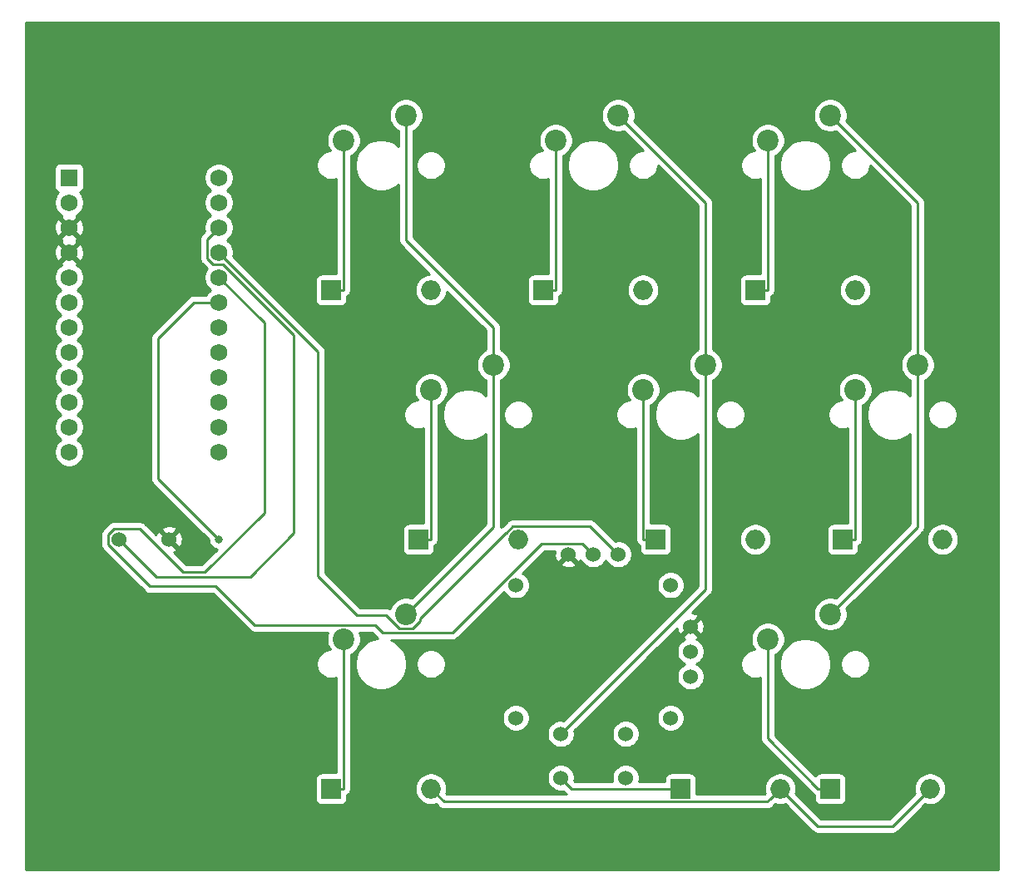
<source format=gbr>
G04 #@! TF.GenerationSoftware,KiCad,Pcbnew,5.1.4*
G04 #@! TF.CreationDate,2019-10-24T02:20:19+09:00*
G04 #@! TF.ProjectId,key_prac,6b65795f-7072-4616-932e-6b696361645f,rev?*
G04 #@! TF.SameCoordinates,PX3072580PY3dc4fd0*
G04 #@! TF.FileFunction,Copper,L1,Top*
G04 #@! TF.FilePolarity,Positive*
%FSLAX46Y46*%
G04 Gerber Fmt 4.6, Leading zero omitted, Abs format (unit mm)*
G04 Created by KiCad (PCBNEW 5.1.4) date 2019-10-24 02:20:19*
%MOMM*%
%LPD*%
G04 APERTURE LIST*
%ADD10C,2.200000*%
%ADD11C,1.524000*%
%ADD12C,1.752600*%
%ADD13R,1.752600X1.752600*%
%ADD14O,2.000000X2.000000*%
%ADD15R,2.000000X2.000000*%
%ADD16C,0.800000*%
%ADD17C,0.250000*%
%ADD18C,0.254000*%
G04 APERTURE END LIST*
D10*
X41910000Y-38100000D03*
X48260000Y-35560000D03*
D11*
X50546000Y-58013600D03*
X50546000Y-71526400D03*
X66294000Y-71526400D03*
X66294000Y-58013600D03*
X61722000Y-77622400D03*
X61722000Y-73152000D03*
X55118000Y-77622400D03*
X55118000Y-73152000D03*
X68326000Y-67310000D03*
X68326000Y-64770000D03*
X68326000Y-62230000D03*
X60960000Y-54864000D03*
X55880000Y-54864000D03*
X58420000Y-54864000D03*
D10*
X33020000Y-12700000D03*
X39370000Y-10160000D03*
D12*
X20320000Y-16510000D03*
X20320000Y-19050000D03*
X20320000Y-21590000D03*
X20320000Y-24130000D03*
X20320000Y-26670000D03*
X20320000Y-29210000D03*
X20320000Y-31750000D03*
X20320000Y-34290000D03*
X20320000Y-36830000D03*
X20320000Y-39370000D03*
X20320000Y-41910000D03*
X20320000Y-44450000D03*
X5080000Y-44450000D03*
X5080000Y-41910000D03*
X5080000Y-39370000D03*
X5080000Y-36830000D03*
X5080000Y-34290000D03*
X5080000Y-31750000D03*
X5080000Y-29210000D03*
X5080000Y-26670000D03*
X5080000Y-24130000D03*
X5080000Y-21590000D03*
X5080000Y-19050000D03*
D13*
X5080000Y-16510000D03*
D11*
X15240000Y-53340000D03*
X10160000Y-53340000D03*
D10*
X76200000Y-63500000D03*
X82550000Y-60960000D03*
X85090000Y-38100000D03*
X91440000Y-35560000D03*
X76200000Y-12700000D03*
X82550000Y-10160000D03*
X63500000Y-38100000D03*
X69850000Y-35560000D03*
X54610000Y-12700000D03*
X60960000Y-10160000D03*
X33020000Y-63500000D03*
X39370000Y-60960000D03*
D14*
X92710000Y-78740000D03*
D15*
X82550000Y-78740000D03*
D14*
X93980000Y-53340000D03*
D15*
X83820000Y-53340000D03*
D14*
X85090000Y-27940000D03*
D15*
X74930000Y-27940000D03*
D14*
X77470000Y-78740000D03*
D15*
X67310000Y-78740000D03*
D14*
X74930000Y-53340000D03*
D15*
X64770000Y-53340000D03*
D14*
X63500000Y-27940000D03*
D15*
X53340000Y-27940000D03*
D14*
X41910000Y-78740000D03*
D15*
X31750000Y-78740000D03*
D14*
X50800000Y-53340000D03*
D15*
X40640000Y-53340000D03*
D14*
X41910000Y-27940000D03*
D15*
X31750000Y-27940000D03*
D16*
X20320000Y-53340000D03*
D17*
X33000000Y-27940000D02*
X31750000Y-27940000D01*
X33020000Y-27920000D02*
X33000000Y-27940000D01*
X33020000Y-12700000D02*
X33020000Y-27920000D01*
X41890000Y-53340000D02*
X40640000Y-53340000D01*
X41910000Y-53320000D02*
X41890000Y-53340000D01*
X41910000Y-38100000D02*
X41910000Y-53320000D01*
X76470001Y-79739999D02*
X77470000Y-78740000D01*
X43235001Y-80065001D02*
X76144999Y-80065001D01*
X76144999Y-80065001D02*
X76470001Y-79739999D01*
X41910000Y-78740000D02*
X43235001Y-80065001D01*
X77470000Y-78740000D02*
X81280000Y-82550000D01*
X88900000Y-82550000D02*
X92710000Y-78740000D01*
X81280000Y-82550000D02*
X88900000Y-82550000D01*
X33000000Y-78740000D02*
X31750000Y-78740000D01*
X33020000Y-78720000D02*
X33000000Y-78740000D01*
X33020000Y-63500000D02*
X33020000Y-78720000D01*
X54610000Y-27920000D02*
X54590000Y-27940000D01*
X54590000Y-27940000D02*
X53340000Y-27940000D01*
X54610000Y-12700000D02*
X54610000Y-27920000D01*
X63520000Y-53340000D02*
X64770000Y-53340000D01*
X63500000Y-53320000D02*
X63520000Y-53340000D01*
X63500000Y-38100000D02*
X63500000Y-53320000D01*
X76200000Y-27920000D02*
X76180000Y-27940000D01*
X76180000Y-27940000D02*
X74930000Y-27940000D01*
X76200000Y-12700000D02*
X76200000Y-27920000D01*
X85090000Y-53320000D02*
X85070000Y-53340000D01*
X85070000Y-53340000D02*
X83820000Y-53340000D01*
X85090000Y-38100000D02*
X85090000Y-53320000D01*
X81300000Y-78740000D02*
X82550000Y-78740000D01*
X76200000Y-73640000D02*
X81300000Y-78740000D01*
X76200000Y-63500000D02*
X76200000Y-73640000D01*
X39370000Y-10160000D02*
X39370000Y-22860000D01*
X48260000Y-31750000D02*
X48260000Y-35560000D01*
X39370000Y-22860000D02*
X48260000Y-31750000D01*
X48260000Y-52070000D02*
X48260000Y-35560000D01*
X39370000Y-60960000D02*
X48260000Y-52070000D01*
X69850000Y-19050000D02*
X69850000Y-35560000D01*
X60960000Y-10160000D02*
X69850000Y-19050000D01*
X69850000Y-58420000D02*
X55118000Y-73152000D01*
X69850000Y-35560000D02*
X69850000Y-58420000D01*
X82550000Y-60960000D02*
X91440000Y-52070000D01*
X91440000Y-52070000D02*
X91440000Y-35560000D01*
X91440000Y-19050000D02*
X91440000Y-35560000D01*
X82550000Y-10160000D02*
X91440000Y-19050000D01*
X13970000Y-57150000D02*
X10160000Y-53340000D01*
X23495000Y-57150000D02*
X13970000Y-57150000D01*
X19118699Y-22791301D02*
X19118699Y-24706625D01*
X20320000Y-21590000D02*
X19118699Y-22791301D01*
X19118699Y-24706625D02*
X19743375Y-25331301D01*
X19743375Y-25331301D02*
X20759227Y-25331301D01*
X27940000Y-52705000D02*
X23495000Y-57150000D01*
X20759227Y-25331301D02*
X27940000Y-32512074D01*
X27940000Y-32512074D02*
X27940000Y-52705000D01*
X50220001Y-52014999D02*
X58110999Y-52014999D01*
X40795001Y-61644001D02*
X40795001Y-61383997D01*
X40795001Y-61383997D02*
X49530000Y-52648998D01*
X30424999Y-34234999D02*
X30424999Y-57094999D01*
X49586002Y-52648998D02*
X50220001Y-52014999D01*
X40054001Y-62385001D02*
X40795001Y-61644001D01*
X34392001Y-61062001D02*
X37362999Y-61062001D01*
X49530000Y-52648998D02*
X49586002Y-52648998D01*
X20320000Y-24130000D02*
X30424999Y-34234999D01*
X58110999Y-52014999D02*
X60960000Y-54864000D01*
X38685999Y-62385001D02*
X40054001Y-62385001D01*
X30424999Y-57094999D02*
X34392001Y-61062001D01*
X37362999Y-61062001D02*
X38685999Y-62385001D01*
X36205997Y-62074999D02*
X23974999Y-62074999D01*
X44115828Y-62835010D02*
X36966008Y-62835010D01*
X36966008Y-62835010D02*
X36205997Y-62074999D01*
X53173839Y-53776999D02*
X44115828Y-62835010D01*
X58420000Y-54864000D02*
X57332999Y-53776999D01*
X24949990Y-50615010D02*
X24949990Y-31299990D01*
X23974999Y-62074999D02*
X20020402Y-58120402D01*
X24949990Y-31299990D02*
X20320000Y-26670000D01*
X20020402Y-58120402D02*
X13331640Y-58120402D01*
X16696400Y-56699990D02*
X18865010Y-56699990D01*
X9072999Y-53861761D02*
X9072999Y-52818239D01*
X57332999Y-53776999D02*
X53173839Y-53776999D01*
X13331640Y-58120402D02*
X9072999Y-53861761D01*
X9072999Y-52818239D02*
X9638239Y-52252999D01*
X9638239Y-52252999D02*
X12249409Y-52252999D01*
X12249409Y-52252999D02*
X16696400Y-56699990D01*
X18865010Y-56699990D02*
X24949990Y-50615010D01*
X20320000Y-29210000D02*
X17780000Y-29210000D01*
X14152999Y-32837001D02*
X14152999Y-44632999D01*
X17780000Y-29210000D02*
X14152999Y-32837001D01*
X14152999Y-44632999D02*
X14152999Y-47172999D01*
X14152999Y-47172999D02*
X20320000Y-53340000D01*
X20320000Y-53340000D02*
X20320000Y-53340000D01*
X56235600Y-78740000D02*
X55118000Y-77622400D01*
X67310000Y-78740000D02*
X56235600Y-78740000D01*
D18*
G36*
X99670001Y-86970000D02*
G01*
X660000Y-86970000D01*
X660000Y-52818239D01*
X8309323Y-52818239D01*
X8313000Y-52855571D01*
X8312999Y-53824438D01*
X8309323Y-53861761D01*
X8312999Y-53899083D01*
X8312999Y-53899093D01*
X8323996Y-54010746D01*
X8352186Y-54103676D01*
X8367453Y-54154007D01*
X8438025Y-54286037D01*
X8463436Y-54317000D01*
X8532998Y-54401762D01*
X8562002Y-54425565D01*
X12767840Y-58631404D01*
X12791639Y-58660403D01*
X12907364Y-58755376D01*
X13039393Y-58825948D01*
X13182654Y-58869405D01*
X13294307Y-58880402D01*
X13294317Y-58880402D01*
X13331640Y-58884078D01*
X13368963Y-58880402D01*
X19705601Y-58880402D01*
X23411199Y-62586001D01*
X23434998Y-62615000D01*
X23550723Y-62709973D01*
X23682752Y-62780545D01*
X23826013Y-62824002D01*
X23937666Y-62834999D01*
X23937674Y-62834999D01*
X23974999Y-62838675D01*
X24012324Y-62834999D01*
X31417502Y-62834999D01*
X31351675Y-62993919D01*
X31285000Y-63329117D01*
X31285000Y-63670883D01*
X31351675Y-64006081D01*
X31482463Y-64321831D01*
X31638261Y-64555000D01*
X31603740Y-64555000D01*
X31316842Y-64612068D01*
X31046589Y-64724010D01*
X30803368Y-64886525D01*
X30596525Y-65093368D01*
X30434010Y-65336589D01*
X30322068Y-65606842D01*
X30265000Y-65893740D01*
X30265000Y-66186260D01*
X30322068Y-66473158D01*
X30434010Y-66743411D01*
X30596525Y-66986632D01*
X30803368Y-67193475D01*
X31046589Y-67355990D01*
X31316842Y-67467932D01*
X31603740Y-67525000D01*
X31896260Y-67525000D01*
X32183158Y-67467932D01*
X32260000Y-67436103D01*
X32260001Y-77101928D01*
X30750000Y-77101928D01*
X30625518Y-77114188D01*
X30505820Y-77150498D01*
X30395506Y-77209463D01*
X30298815Y-77288815D01*
X30219463Y-77385506D01*
X30160498Y-77495820D01*
X30124188Y-77615518D01*
X30111928Y-77740000D01*
X30111928Y-79740000D01*
X30124188Y-79864482D01*
X30160498Y-79984180D01*
X30219463Y-80094494D01*
X30298815Y-80191185D01*
X30395506Y-80270537D01*
X30505820Y-80329502D01*
X30625518Y-80365812D01*
X30750000Y-80378072D01*
X32750000Y-80378072D01*
X32874482Y-80365812D01*
X32994180Y-80329502D01*
X33104494Y-80270537D01*
X33201185Y-80191185D01*
X33280537Y-80094494D01*
X33339502Y-79984180D01*
X33375812Y-79864482D01*
X33388072Y-79740000D01*
X33388072Y-79394326D01*
X33424276Y-79374974D01*
X33540001Y-79280001D01*
X33549016Y-79269016D01*
X33560001Y-79260001D01*
X33654974Y-79144276D01*
X33725546Y-79012247D01*
X33769003Y-78868986D01*
X33780000Y-78757333D01*
X33780000Y-78757323D01*
X33781706Y-78740000D01*
X40267089Y-78740000D01*
X40298657Y-79060516D01*
X40392148Y-79368715D01*
X40543969Y-79652752D01*
X40748286Y-79901714D01*
X40997248Y-80106031D01*
X41281285Y-80257852D01*
X41589484Y-80351343D01*
X41829678Y-80375000D01*
X41990322Y-80375000D01*
X42230516Y-80351343D01*
X42396262Y-80301065D01*
X42671206Y-80576009D01*
X42695000Y-80605002D01*
X42723993Y-80628796D01*
X42723997Y-80628800D01*
X42794686Y-80686812D01*
X42810725Y-80699975D01*
X42942754Y-80770547D01*
X43086015Y-80814004D01*
X43197668Y-80825001D01*
X43197677Y-80825001D01*
X43235000Y-80828677D01*
X43272323Y-80825001D01*
X76107677Y-80825001D01*
X76144999Y-80828677D01*
X76182321Y-80825001D01*
X76182332Y-80825001D01*
X76293985Y-80814004D01*
X76437246Y-80770547D01*
X76569275Y-80699975D01*
X76685000Y-80605002D01*
X76708803Y-80575998D01*
X76983737Y-80301064D01*
X77149484Y-80351343D01*
X77389678Y-80375000D01*
X77550322Y-80375000D01*
X77790516Y-80351343D01*
X77956263Y-80301064D01*
X80716201Y-83061003D01*
X80739999Y-83090001D01*
X80855724Y-83184974D01*
X80987753Y-83255546D01*
X81131014Y-83299003D01*
X81242667Y-83310000D01*
X81242675Y-83310000D01*
X81280000Y-83313676D01*
X81317325Y-83310000D01*
X88862678Y-83310000D01*
X88900000Y-83313676D01*
X88937322Y-83310000D01*
X88937333Y-83310000D01*
X89048986Y-83299003D01*
X89192247Y-83255546D01*
X89324276Y-83184974D01*
X89440001Y-83090001D01*
X89463804Y-83060997D01*
X92223737Y-80301064D01*
X92389484Y-80351343D01*
X92629678Y-80375000D01*
X92790322Y-80375000D01*
X93030516Y-80351343D01*
X93338715Y-80257852D01*
X93622752Y-80106031D01*
X93871714Y-79901714D01*
X94076031Y-79652752D01*
X94227852Y-79368715D01*
X94321343Y-79060516D01*
X94352911Y-78740000D01*
X94321343Y-78419484D01*
X94227852Y-78111285D01*
X94076031Y-77827248D01*
X93871714Y-77578286D01*
X93622752Y-77373969D01*
X93338715Y-77222148D01*
X93030516Y-77128657D01*
X92790322Y-77105000D01*
X92629678Y-77105000D01*
X92389484Y-77128657D01*
X92081285Y-77222148D01*
X91797248Y-77373969D01*
X91548286Y-77578286D01*
X91343969Y-77827248D01*
X91192148Y-78111285D01*
X91098657Y-78419484D01*
X91067089Y-78740000D01*
X91098657Y-79060516D01*
X91148936Y-79226263D01*
X88585199Y-81790000D01*
X81594802Y-81790000D01*
X79031064Y-79226263D01*
X79081343Y-79060516D01*
X79112911Y-78740000D01*
X79081343Y-78419484D01*
X78987852Y-78111285D01*
X78836031Y-77827248D01*
X78631714Y-77578286D01*
X78382752Y-77373969D01*
X78098715Y-77222148D01*
X77790516Y-77128657D01*
X77550322Y-77105000D01*
X77389678Y-77105000D01*
X77149484Y-77128657D01*
X76841285Y-77222148D01*
X76557248Y-77373969D01*
X76308286Y-77578286D01*
X76103969Y-77827248D01*
X75952148Y-78111285D01*
X75858657Y-78419484D01*
X75827089Y-78740000D01*
X75858657Y-79060516D01*
X75908936Y-79226263D01*
X75830198Y-79305001D01*
X68948072Y-79305001D01*
X68948072Y-77740000D01*
X68935812Y-77615518D01*
X68899502Y-77495820D01*
X68840537Y-77385506D01*
X68761185Y-77288815D01*
X68664494Y-77209463D01*
X68554180Y-77150498D01*
X68434482Y-77114188D01*
X68310000Y-77101928D01*
X66310000Y-77101928D01*
X66185518Y-77114188D01*
X66065820Y-77150498D01*
X65955506Y-77209463D01*
X65858815Y-77288815D01*
X65779463Y-77385506D01*
X65720498Y-77495820D01*
X65684188Y-77615518D01*
X65671928Y-77740000D01*
X65671928Y-77980000D01*
X63075238Y-77980000D01*
X63119000Y-77759992D01*
X63119000Y-77484808D01*
X63065314Y-77214910D01*
X62960005Y-76960673D01*
X62807120Y-76731865D01*
X62612535Y-76537280D01*
X62383727Y-76384395D01*
X62129490Y-76279086D01*
X61859592Y-76225400D01*
X61584408Y-76225400D01*
X61314510Y-76279086D01*
X61060273Y-76384395D01*
X60831465Y-76537280D01*
X60636880Y-76731865D01*
X60483995Y-76960673D01*
X60378686Y-77214910D01*
X60325000Y-77484808D01*
X60325000Y-77759992D01*
X60368762Y-77980000D01*
X56550402Y-77980000D01*
X56484372Y-77913970D01*
X56515000Y-77759992D01*
X56515000Y-77484808D01*
X56461314Y-77214910D01*
X56356005Y-76960673D01*
X56203120Y-76731865D01*
X56008535Y-76537280D01*
X55779727Y-76384395D01*
X55525490Y-76279086D01*
X55255592Y-76225400D01*
X54980408Y-76225400D01*
X54710510Y-76279086D01*
X54456273Y-76384395D01*
X54227465Y-76537280D01*
X54032880Y-76731865D01*
X53879995Y-76960673D01*
X53774686Y-77214910D01*
X53721000Y-77484808D01*
X53721000Y-77759992D01*
X53774686Y-78029890D01*
X53879995Y-78284127D01*
X54032880Y-78512935D01*
X54227465Y-78707520D01*
X54456273Y-78860405D01*
X54710510Y-78965714D01*
X54980408Y-79019400D01*
X55255592Y-79019400D01*
X55409570Y-78988772D01*
X55671800Y-79251002D01*
X55695599Y-79280001D01*
X55724597Y-79303799D01*
X55726062Y-79305001D01*
X43549804Y-79305001D01*
X43471065Y-79226262D01*
X43521343Y-79060516D01*
X43552911Y-78740000D01*
X43521343Y-78419484D01*
X43427852Y-78111285D01*
X43276031Y-77827248D01*
X43071714Y-77578286D01*
X42822752Y-77373969D01*
X42538715Y-77222148D01*
X42230516Y-77128657D01*
X41990322Y-77105000D01*
X41829678Y-77105000D01*
X41589484Y-77128657D01*
X41281285Y-77222148D01*
X40997248Y-77373969D01*
X40748286Y-77578286D01*
X40543969Y-77827248D01*
X40392148Y-78111285D01*
X40298657Y-78419484D01*
X40267089Y-78740000D01*
X33781706Y-78740000D01*
X33783676Y-78720001D01*
X33780000Y-78682678D01*
X33780000Y-73014408D01*
X53721000Y-73014408D01*
X53721000Y-73289592D01*
X53774686Y-73559490D01*
X53879995Y-73813727D01*
X54032880Y-74042535D01*
X54227465Y-74237120D01*
X54456273Y-74390005D01*
X54710510Y-74495314D01*
X54980408Y-74549000D01*
X55255592Y-74549000D01*
X55525490Y-74495314D01*
X55779727Y-74390005D01*
X56008535Y-74237120D01*
X56203120Y-74042535D01*
X56356005Y-73813727D01*
X56461314Y-73559490D01*
X56515000Y-73289592D01*
X56515000Y-73014408D01*
X60325000Y-73014408D01*
X60325000Y-73289592D01*
X60378686Y-73559490D01*
X60483995Y-73813727D01*
X60636880Y-74042535D01*
X60831465Y-74237120D01*
X61060273Y-74390005D01*
X61314510Y-74495314D01*
X61584408Y-74549000D01*
X61859592Y-74549000D01*
X62129490Y-74495314D01*
X62383727Y-74390005D01*
X62612535Y-74237120D01*
X62807120Y-74042535D01*
X62960005Y-73813727D01*
X63065314Y-73559490D01*
X63119000Y-73289592D01*
X63119000Y-73014408D01*
X63065314Y-72744510D01*
X62960005Y-72490273D01*
X62807120Y-72261465D01*
X62612535Y-72066880D01*
X62383727Y-71913995D01*
X62129490Y-71808686D01*
X61859592Y-71755000D01*
X61584408Y-71755000D01*
X61314510Y-71808686D01*
X61060273Y-71913995D01*
X60831465Y-72066880D01*
X60636880Y-72261465D01*
X60483995Y-72490273D01*
X60378686Y-72744510D01*
X60325000Y-73014408D01*
X56515000Y-73014408D01*
X56484372Y-72860429D01*
X57955993Y-71388808D01*
X64897000Y-71388808D01*
X64897000Y-71663992D01*
X64950686Y-71933890D01*
X65055995Y-72188127D01*
X65208880Y-72416935D01*
X65403465Y-72611520D01*
X65632273Y-72764405D01*
X65886510Y-72869714D01*
X66156408Y-72923400D01*
X66431592Y-72923400D01*
X66701490Y-72869714D01*
X66955727Y-72764405D01*
X67184535Y-72611520D01*
X67379120Y-72416935D01*
X67532005Y-72188127D01*
X67637314Y-71933890D01*
X67691000Y-71663992D01*
X67691000Y-71388808D01*
X67637314Y-71118910D01*
X67532005Y-70864673D01*
X67379120Y-70635865D01*
X67184535Y-70441280D01*
X66955727Y-70288395D01*
X66701490Y-70183086D01*
X66431592Y-70129400D01*
X66156408Y-70129400D01*
X65886510Y-70183086D01*
X65632273Y-70288395D01*
X65403465Y-70441280D01*
X65208880Y-70635865D01*
X65055995Y-70864673D01*
X64950686Y-71118910D01*
X64897000Y-71388808D01*
X57955993Y-71388808D01*
X64712393Y-64632408D01*
X66929000Y-64632408D01*
X66929000Y-64907592D01*
X66982686Y-65177490D01*
X67087995Y-65431727D01*
X67240880Y-65660535D01*
X67435465Y-65855120D01*
X67664273Y-66008005D01*
X67741515Y-66040000D01*
X67664273Y-66071995D01*
X67435465Y-66224880D01*
X67240880Y-66419465D01*
X67087995Y-66648273D01*
X66982686Y-66902510D01*
X66929000Y-67172408D01*
X66929000Y-67447592D01*
X66982686Y-67717490D01*
X67087995Y-67971727D01*
X67240880Y-68200535D01*
X67435465Y-68395120D01*
X67664273Y-68548005D01*
X67918510Y-68653314D01*
X68188408Y-68707000D01*
X68463592Y-68707000D01*
X68733490Y-68653314D01*
X68987727Y-68548005D01*
X69216535Y-68395120D01*
X69411120Y-68200535D01*
X69564005Y-67971727D01*
X69669314Y-67717490D01*
X69723000Y-67447592D01*
X69723000Y-67172408D01*
X69669314Y-66902510D01*
X69564005Y-66648273D01*
X69411120Y-66419465D01*
X69216535Y-66224880D01*
X68987727Y-66071995D01*
X68910485Y-66040000D01*
X68987727Y-66008005D01*
X69158736Y-65893740D01*
X73445000Y-65893740D01*
X73445000Y-66186260D01*
X73502068Y-66473158D01*
X73614010Y-66743411D01*
X73776525Y-66986632D01*
X73983368Y-67193475D01*
X74226589Y-67355990D01*
X74496842Y-67467932D01*
X74783740Y-67525000D01*
X75076260Y-67525000D01*
X75363158Y-67467932D01*
X75440000Y-67436103D01*
X75440001Y-73602668D01*
X75436324Y-73640000D01*
X75450998Y-73788985D01*
X75494454Y-73932246D01*
X75565026Y-74064276D01*
X75636201Y-74151002D01*
X75660000Y-74180001D01*
X75688998Y-74203799D01*
X80736200Y-79251002D01*
X80759999Y-79280001D01*
X80875724Y-79374974D01*
X80911928Y-79394326D01*
X80911928Y-79740000D01*
X80924188Y-79864482D01*
X80960498Y-79984180D01*
X81019463Y-80094494D01*
X81098815Y-80191185D01*
X81195506Y-80270537D01*
X81305820Y-80329502D01*
X81425518Y-80365812D01*
X81550000Y-80378072D01*
X83550000Y-80378072D01*
X83674482Y-80365812D01*
X83794180Y-80329502D01*
X83904494Y-80270537D01*
X84001185Y-80191185D01*
X84080537Y-80094494D01*
X84139502Y-79984180D01*
X84175812Y-79864482D01*
X84188072Y-79740000D01*
X84188072Y-77740000D01*
X84175812Y-77615518D01*
X84139502Y-77495820D01*
X84080537Y-77385506D01*
X84001185Y-77288815D01*
X83904494Y-77209463D01*
X83794180Y-77150498D01*
X83674482Y-77114188D01*
X83550000Y-77101928D01*
X81550000Y-77101928D01*
X81425518Y-77114188D01*
X81305820Y-77150498D01*
X81195506Y-77209463D01*
X81098815Y-77288815D01*
X81019844Y-77385042D01*
X76960000Y-73325199D01*
X76960000Y-65780475D01*
X77375000Y-65780475D01*
X77375000Y-66299525D01*
X77476261Y-66808601D01*
X77674893Y-67288141D01*
X77963262Y-67719715D01*
X78330285Y-68086738D01*
X78761859Y-68375107D01*
X79241399Y-68573739D01*
X79750475Y-68675000D01*
X80269525Y-68675000D01*
X80778601Y-68573739D01*
X81258141Y-68375107D01*
X81689715Y-68086738D01*
X82056738Y-67719715D01*
X82345107Y-67288141D01*
X82543739Y-66808601D01*
X82645000Y-66299525D01*
X82645000Y-65893740D01*
X83605000Y-65893740D01*
X83605000Y-66186260D01*
X83662068Y-66473158D01*
X83774010Y-66743411D01*
X83936525Y-66986632D01*
X84143368Y-67193475D01*
X84386589Y-67355990D01*
X84656842Y-67467932D01*
X84943740Y-67525000D01*
X85236260Y-67525000D01*
X85523158Y-67467932D01*
X85793411Y-67355990D01*
X86036632Y-67193475D01*
X86243475Y-66986632D01*
X86405990Y-66743411D01*
X86517932Y-66473158D01*
X86575000Y-66186260D01*
X86575000Y-65893740D01*
X86517932Y-65606842D01*
X86405990Y-65336589D01*
X86243475Y-65093368D01*
X86036632Y-64886525D01*
X85793411Y-64724010D01*
X85523158Y-64612068D01*
X85236260Y-64555000D01*
X84943740Y-64555000D01*
X84656842Y-64612068D01*
X84386589Y-64724010D01*
X84143368Y-64886525D01*
X83936525Y-65093368D01*
X83774010Y-65336589D01*
X83662068Y-65606842D01*
X83605000Y-65893740D01*
X82645000Y-65893740D01*
X82645000Y-65780475D01*
X82543739Y-65271399D01*
X82345107Y-64791859D01*
X82056738Y-64360285D01*
X81689715Y-63993262D01*
X81258141Y-63704893D01*
X80778601Y-63506261D01*
X80269525Y-63405000D01*
X79750475Y-63405000D01*
X79241399Y-63506261D01*
X78761859Y-63704893D01*
X78330285Y-63993262D01*
X77963262Y-64360285D01*
X77674893Y-64791859D01*
X77476261Y-65271399D01*
X77375000Y-65780475D01*
X76960000Y-65780475D01*
X76960000Y-65063148D01*
X77021831Y-65037537D01*
X77305998Y-64847663D01*
X77547663Y-64605998D01*
X77737537Y-64321831D01*
X77868325Y-64006081D01*
X77935000Y-63670883D01*
X77935000Y-63329117D01*
X77868325Y-62993919D01*
X77737537Y-62678169D01*
X77547663Y-62394002D01*
X77305998Y-62152337D01*
X77021831Y-61962463D01*
X76706081Y-61831675D01*
X76370883Y-61765000D01*
X76029117Y-61765000D01*
X75693919Y-61831675D01*
X75378169Y-61962463D01*
X75094002Y-62152337D01*
X74852337Y-62394002D01*
X74662463Y-62678169D01*
X74531675Y-62993919D01*
X74465000Y-63329117D01*
X74465000Y-63670883D01*
X74531675Y-64006081D01*
X74662463Y-64321831D01*
X74818261Y-64555000D01*
X74783740Y-64555000D01*
X74496842Y-64612068D01*
X74226589Y-64724010D01*
X73983368Y-64886525D01*
X73776525Y-65093368D01*
X73614010Y-65336589D01*
X73502068Y-65606842D01*
X73445000Y-65893740D01*
X69158736Y-65893740D01*
X69216535Y-65855120D01*
X69411120Y-65660535D01*
X69564005Y-65431727D01*
X69669314Y-65177490D01*
X69723000Y-64907592D01*
X69723000Y-64632408D01*
X69669314Y-64362510D01*
X69564005Y-64108273D01*
X69411120Y-63879465D01*
X69216535Y-63684880D01*
X68987727Y-63531995D01*
X68916057Y-63502308D01*
X68929023Y-63497636D01*
X69044980Y-63435656D01*
X69111960Y-63195565D01*
X68326000Y-62409605D01*
X67540040Y-63195565D01*
X67607020Y-63435656D01*
X67742760Y-63499485D01*
X67664273Y-63531995D01*
X67435465Y-63684880D01*
X67240880Y-63879465D01*
X67087995Y-64108273D01*
X66982686Y-64362510D01*
X66929000Y-64632408D01*
X64712393Y-64632408D01*
X66939628Y-62405174D01*
X66965078Y-62574133D01*
X67058364Y-62833023D01*
X67120344Y-62948980D01*
X67360435Y-63015960D01*
X68146395Y-62230000D01*
X68505605Y-62230000D01*
X69291565Y-63015960D01*
X69531656Y-62948980D01*
X69648756Y-62699952D01*
X69715023Y-62432865D01*
X69727910Y-62157983D01*
X69686922Y-61885867D01*
X69593636Y-61626977D01*
X69531656Y-61511020D01*
X69291565Y-61444040D01*
X68505605Y-62230000D01*
X68146395Y-62230000D01*
X68132253Y-62215858D01*
X68311858Y-62036253D01*
X68326000Y-62050395D01*
X69111960Y-61264435D01*
X69044980Y-61024344D01*
X68795952Y-60907244D01*
X68528865Y-60840977D01*
X68504946Y-60839856D01*
X70361003Y-58983799D01*
X70390001Y-58960001D01*
X70484974Y-58844276D01*
X70555546Y-58712247D01*
X70599003Y-58568986D01*
X70610000Y-58457333D01*
X70610000Y-58457324D01*
X70613676Y-58420001D01*
X70610000Y-58382678D01*
X70610000Y-53340000D01*
X73287089Y-53340000D01*
X73318657Y-53660516D01*
X73412148Y-53968715D01*
X73563969Y-54252752D01*
X73768286Y-54501714D01*
X74017248Y-54706031D01*
X74301285Y-54857852D01*
X74609484Y-54951343D01*
X74849678Y-54975000D01*
X75010322Y-54975000D01*
X75250516Y-54951343D01*
X75558715Y-54857852D01*
X75842752Y-54706031D01*
X76091714Y-54501714D01*
X76296031Y-54252752D01*
X76447852Y-53968715D01*
X76541343Y-53660516D01*
X76572911Y-53340000D01*
X76541343Y-53019484D01*
X76447852Y-52711285D01*
X76296031Y-52427248D01*
X76224429Y-52340000D01*
X82181928Y-52340000D01*
X82181928Y-54340000D01*
X82194188Y-54464482D01*
X82230498Y-54584180D01*
X82289463Y-54694494D01*
X82368815Y-54791185D01*
X82465506Y-54870537D01*
X82575820Y-54929502D01*
X82695518Y-54965812D01*
X82820000Y-54978072D01*
X84820000Y-54978072D01*
X84944482Y-54965812D01*
X85064180Y-54929502D01*
X85174494Y-54870537D01*
X85271185Y-54791185D01*
X85350537Y-54694494D01*
X85409502Y-54584180D01*
X85445812Y-54464482D01*
X85458072Y-54340000D01*
X85458072Y-53994326D01*
X85494276Y-53974974D01*
X85610001Y-53880001D01*
X85619016Y-53869016D01*
X85630001Y-53860001D01*
X85724974Y-53744276D01*
X85795546Y-53612247D01*
X85839003Y-53468986D01*
X85850000Y-53357333D01*
X85850000Y-53357323D01*
X85853676Y-53320001D01*
X85850000Y-53282678D01*
X85850000Y-39663148D01*
X85911831Y-39637537D01*
X86195998Y-39447663D01*
X86437663Y-39205998D01*
X86627537Y-38921831D01*
X86758325Y-38606081D01*
X86825000Y-38270883D01*
X86825000Y-37929117D01*
X86758325Y-37593919D01*
X86627537Y-37278169D01*
X86437663Y-36994002D01*
X86195998Y-36752337D01*
X85911831Y-36562463D01*
X85596081Y-36431675D01*
X85260883Y-36365000D01*
X84919117Y-36365000D01*
X84583919Y-36431675D01*
X84268169Y-36562463D01*
X83984002Y-36752337D01*
X83742337Y-36994002D01*
X83552463Y-37278169D01*
X83421675Y-37593919D01*
X83355000Y-37929117D01*
X83355000Y-38270883D01*
X83421675Y-38606081D01*
X83552463Y-38921831D01*
X83708261Y-39155000D01*
X83673740Y-39155000D01*
X83386842Y-39212068D01*
X83116589Y-39324010D01*
X82873368Y-39486525D01*
X82666525Y-39693368D01*
X82504010Y-39936589D01*
X82392068Y-40206842D01*
X82335000Y-40493740D01*
X82335000Y-40786260D01*
X82392068Y-41073158D01*
X82504010Y-41343411D01*
X82666525Y-41586632D01*
X82873368Y-41793475D01*
X83116589Y-41955990D01*
X83386842Y-42067932D01*
X83673740Y-42125000D01*
X83966260Y-42125000D01*
X84253158Y-42067932D01*
X84330000Y-42036103D01*
X84330001Y-51701928D01*
X82820000Y-51701928D01*
X82695518Y-51714188D01*
X82575820Y-51750498D01*
X82465506Y-51809463D01*
X82368815Y-51888815D01*
X82289463Y-51985506D01*
X82230498Y-52095820D01*
X82194188Y-52215518D01*
X82181928Y-52340000D01*
X76224429Y-52340000D01*
X76091714Y-52178286D01*
X75842752Y-51973969D01*
X75558715Y-51822148D01*
X75250516Y-51728657D01*
X75010322Y-51705000D01*
X74849678Y-51705000D01*
X74609484Y-51728657D01*
X74301285Y-51822148D01*
X74017248Y-51973969D01*
X73768286Y-52178286D01*
X73563969Y-52427248D01*
X73412148Y-52711285D01*
X73318657Y-53019484D01*
X73287089Y-53340000D01*
X70610000Y-53340000D01*
X70610000Y-40493740D01*
X70905000Y-40493740D01*
X70905000Y-40786260D01*
X70962068Y-41073158D01*
X71074010Y-41343411D01*
X71236525Y-41586632D01*
X71443368Y-41793475D01*
X71686589Y-41955990D01*
X71956842Y-42067932D01*
X72243740Y-42125000D01*
X72536260Y-42125000D01*
X72823158Y-42067932D01*
X73093411Y-41955990D01*
X73336632Y-41793475D01*
X73543475Y-41586632D01*
X73705990Y-41343411D01*
X73817932Y-41073158D01*
X73875000Y-40786260D01*
X73875000Y-40493740D01*
X73817932Y-40206842D01*
X73705990Y-39936589D01*
X73543475Y-39693368D01*
X73336632Y-39486525D01*
X73093411Y-39324010D01*
X72823158Y-39212068D01*
X72536260Y-39155000D01*
X72243740Y-39155000D01*
X71956842Y-39212068D01*
X71686589Y-39324010D01*
X71443368Y-39486525D01*
X71236525Y-39693368D01*
X71074010Y-39936589D01*
X70962068Y-40206842D01*
X70905000Y-40493740D01*
X70610000Y-40493740D01*
X70610000Y-37123148D01*
X70671831Y-37097537D01*
X70955998Y-36907663D01*
X71197663Y-36665998D01*
X71387537Y-36381831D01*
X71518325Y-36066081D01*
X71585000Y-35730883D01*
X71585000Y-35389117D01*
X71518325Y-35053919D01*
X71387537Y-34738169D01*
X71197663Y-34454002D01*
X70955998Y-34212337D01*
X70671831Y-34022463D01*
X70610000Y-33996852D01*
X70610000Y-26940000D01*
X73291928Y-26940000D01*
X73291928Y-28940000D01*
X73304188Y-29064482D01*
X73340498Y-29184180D01*
X73399463Y-29294494D01*
X73478815Y-29391185D01*
X73575506Y-29470537D01*
X73685820Y-29529502D01*
X73805518Y-29565812D01*
X73930000Y-29578072D01*
X75930000Y-29578072D01*
X76054482Y-29565812D01*
X76174180Y-29529502D01*
X76284494Y-29470537D01*
X76381185Y-29391185D01*
X76460537Y-29294494D01*
X76519502Y-29184180D01*
X76555812Y-29064482D01*
X76568072Y-28940000D01*
X76568072Y-28594326D01*
X76604276Y-28574974D01*
X76720001Y-28480001D01*
X76729016Y-28469016D01*
X76740001Y-28460001D01*
X76834974Y-28344276D01*
X76905546Y-28212247D01*
X76949003Y-28068986D01*
X76960000Y-27957333D01*
X76960000Y-27957323D01*
X76961706Y-27940000D01*
X83447089Y-27940000D01*
X83478657Y-28260516D01*
X83572148Y-28568715D01*
X83723969Y-28852752D01*
X83928286Y-29101714D01*
X84177248Y-29306031D01*
X84461285Y-29457852D01*
X84769484Y-29551343D01*
X85009678Y-29575000D01*
X85170322Y-29575000D01*
X85410516Y-29551343D01*
X85718715Y-29457852D01*
X86002752Y-29306031D01*
X86251714Y-29101714D01*
X86456031Y-28852752D01*
X86607852Y-28568715D01*
X86701343Y-28260516D01*
X86732911Y-27940000D01*
X86701343Y-27619484D01*
X86607852Y-27311285D01*
X86456031Y-27027248D01*
X86251714Y-26778286D01*
X86002752Y-26573969D01*
X85718715Y-26422148D01*
X85410516Y-26328657D01*
X85170322Y-26305000D01*
X85009678Y-26305000D01*
X84769484Y-26328657D01*
X84461285Y-26422148D01*
X84177248Y-26573969D01*
X83928286Y-26778286D01*
X83723969Y-27027248D01*
X83572148Y-27311285D01*
X83478657Y-27619484D01*
X83447089Y-27940000D01*
X76961706Y-27940000D01*
X76963676Y-27920001D01*
X76960000Y-27882678D01*
X76960000Y-14980475D01*
X77375000Y-14980475D01*
X77375000Y-15499525D01*
X77476261Y-16008601D01*
X77674893Y-16488141D01*
X77963262Y-16919715D01*
X78330285Y-17286738D01*
X78761859Y-17575107D01*
X79241399Y-17773739D01*
X79750475Y-17875000D01*
X80269525Y-17875000D01*
X80778601Y-17773739D01*
X81258141Y-17575107D01*
X81689715Y-17286738D01*
X82056738Y-16919715D01*
X82345107Y-16488141D01*
X82543739Y-16008601D01*
X82645000Y-15499525D01*
X82645000Y-14980475D01*
X82543739Y-14471399D01*
X82345107Y-13991859D01*
X82056738Y-13560285D01*
X81689715Y-13193262D01*
X81258141Y-12904893D01*
X80778601Y-12706261D01*
X80269525Y-12605000D01*
X79750475Y-12605000D01*
X79241399Y-12706261D01*
X78761859Y-12904893D01*
X78330285Y-13193262D01*
X77963262Y-13560285D01*
X77674893Y-13991859D01*
X77476261Y-14471399D01*
X77375000Y-14980475D01*
X76960000Y-14980475D01*
X76960000Y-14263148D01*
X77021831Y-14237537D01*
X77305998Y-14047663D01*
X77547663Y-13805998D01*
X77737537Y-13521831D01*
X77868325Y-13206081D01*
X77935000Y-12870883D01*
X77935000Y-12529117D01*
X77868325Y-12193919D01*
X77737537Y-11878169D01*
X77547663Y-11594002D01*
X77305998Y-11352337D01*
X77021831Y-11162463D01*
X76706081Y-11031675D01*
X76370883Y-10965000D01*
X76029117Y-10965000D01*
X75693919Y-11031675D01*
X75378169Y-11162463D01*
X75094002Y-11352337D01*
X74852337Y-11594002D01*
X74662463Y-11878169D01*
X74531675Y-12193919D01*
X74465000Y-12529117D01*
X74465000Y-12870883D01*
X74531675Y-13206081D01*
X74662463Y-13521831D01*
X74818261Y-13755000D01*
X74783740Y-13755000D01*
X74496842Y-13812068D01*
X74226589Y-13924010D01*
X73983368Y-14086525D01*
X73776525Y-14293368D01*
X73614010Y-14536589D01*
X73502068Y-14806842D01*
X73445000Y-15093740D01*
X73445000Y-15386260D01*
X73502068Y-15673158D01*
X73614010Y-15943411D01*
X73776525Y-16186632D01*
X73983368Y-16393475D01*
X74226589Y-16555990D01*
X74496842Y-16667932D01*
X74783740Y-16725000D01*
X75076260Y-16725000D01*
X75363158Y-16667932D01*
X75440000Y-16636103D01*
X75440001Y-26301928D01*
X73930000Y-26301928D01*
X73805518Y-26314188D01*
X73685820Y-26350498D01*
X73575506Y-26409463D01*
X73478815Y-26488815D01*
X73399463Y-26585506D01*
X73340498Y-26695820D01*
X73304188Y-26815518D01*
X73291928Y-26940000D01*
X70610000Y-26940000D01*
X70610000Y-19087333D01*
X70613677Y-19050000D01*
X70599003Y-18901014D01*
X70555546Y-18757753D01*
X70484974Y-18625724D01*
X70413799Y-18538997D01*
X70390001Y-18509999D01*
X70361004Y-18486202D01*
X62602714Y-10727912D01*
X62628325Y-10666081D01*
X62695000Y-10330883D01*
X62695000Y-9989117D01*
X80815000Y-9989117D01*
X80815000Y-10330883D01*
X80881675Y-10666081D01*
X81012463Y-10981831D01*
X81202337Y-11265998D01*
X81444002Y-11507663D01*
X81728169Y-11697537D01*
X82043919Y-11828325D01*
X82379117Y-11895000D01*
X82720883Y-11895000D01*
X83056081Y-11828325D01*
X83117912Y-11802714D01*
X85070199Y-13755000D01*
X84943740Y-13755000D01*
X84656842Y-13812068D01*
X84386589Y-13924010D01*
X84143368Y-14086525D01*
X83936525Y-14293368D01*
X83774010Y-14536589D01*
X83662068Y-14806842D01*
X83605000Y-15093740D01*
X83605000Y-15386260D01*
X83662068Y-15673158D01*
X83774010Y-15943411D01*
X83936525Y-16186632D01*
X84143368Y-16393475D01*
X84386589Y-16555990D01*
X84656842Y-16667932D01*
X84943740Y-16725000D01*
X85236260Y-16725000D01*
X85523158Y-16667932D01*
X85793411Y-16555990D01*
X86036632Y-16393475D01*
X86243475Y-16186632D01*
X86405990Y-15943411D01*
X86517932Y-15673158D01*
X86575000Y-15386260D01*
X86575000Y-15259802D01*
X90680000Y-19364802D01*
X90680001Y-33996851D01*
X90618169Y-34022463D01*
X90334002Y-34212337D01*
X90092337Y-34454002D01*
X89902463Y-34738169D01*
X89771675Y-35053919D01*
X89705000Y-35389117D01*
X89705000Y-35730883D01*
X89771675Y-36066081D01*
X89902463Y-36381831D01*
X90092337Y-36665998D01*
X90334002Y-36907663D01*
X90618169Y-37097537D01*
X90680001Y-37123149D01*
X90680001Y-38693548D01*
X90579715Y-38593262D01*
X90148141Y-38304893D01*
X89668601Y-38106261D01*
X89159525Y-38005000D01*
X88640475Y-38005000D01*
X88131399Y-38106261D01*
X87651859Y-38304893D01*
X87220285Y-38593262D01*
X86853262Y-38960285D01*
X86564893Y-39391859D01*
X86366261Y-39871399D01*
X86265000Y-40380475D01*
X86265000Y-40899525D01*
X86366261Y-41408601D01*
X86564893Y-41888141D01*
X86853262Y-42319715D01*
X87220285Y-42686738D01*
X87651859Y-42975107D01*
X88131399Y-43173739D01*
X88640475Y-43275000D01*
X89159525Y-43275000D01*
X89668601Y-43173739D01*
X90148141Y-42975107D01*
X90579715Y-42686738D01*
X90680001Y-42586452D01*
X90680000Y-51755198D01*
X83117912Y-59317286D01*
X83056081Y-59291675D01*
X82720883Y-59225000D01*
X82379117Y-59225000D01*
X82043919Y-59291675D01*
X81728169Y-59422463D01*
X81444002Y-59612337D01*
X81202337Y-59854002D01*
X81012463Y-60138169D01*
X80881675Y-60453919D01*
X80815000Y-60789117D01*
X80815000Y-61130883D01*
X80881675Y-61466081D01*
X81012463Y-61781831D01*
X81202337Y-62065998D01*
X81444002Y-62307663D01*
X81728169Y-62497537D01*
X82043919Y-62628325D01*
X82379117Y-62695000D01*
X82720883Y-62695000D01*
X83056081Y-62628325D01*
X83371831Y-62497537D01*
X83655998Y-62307663D01*
X83897663Y-62065998D01*
X84087537Y-61781831D01*
X84218325Y-61466081D01*
X84285000Y-61130883D01*
X84285000Y-60789117D01*
X84218325Y-60453919D01*
X84192714Y-60392088D01*
X91244802Y-53340000D01*
X92337089Y-53340000D01*
X92368657Y-53660516D01*
X92462148Y-53968715D01*
X92613969Y-54252752D01*
X92818286Y-54501714D01*
X93067248Y-54706031D01*
X93351285Y-54857852D01*
X93659484Y-54951343D01*
X93899678Y-54975000D01*
X94060322Y-54975000D01*
X94300516Y-54951343D01*
X94608715Y-54857852D01*
X94892752Y-54706031D01*
X95141714Y-54501714D01*
X95346031Y-54252752D01*
X95497852Y-53968715D01*
X95591343Y-53660516D01*
X95622911Y-53340000D01*
X95591343Y-53019484D01*
X95497852Y-52711285D01*
X95346031Y-52427248D01*
X95141714Y-52178286D01*
X94892752Y-51973969D01*
X94608715Y-51822148D01*
X94300516Y-51728657D01*
X94060322Y-51705000D01*
X93899678Y-51705000D01*
X93659484Y-51728657D01*
X93351285Y-51822148D01*
X93067248Y-51973969D01*
X92818286Y-52178286D01*
X92613969Y-52427248D01*
X92462148Y-52711285D01*
X92368657Y-53019484D01*
X92337089Y-53340000D01*
X91244802Y-53340000D01*
X91951004Y-52633798D01*
X91980001Y-52610001D01*
X92074974Y-52494276D01*
X92145546Y-52362247D01*
X92189003Y-52218986D01*
X92200000Y-52107333D01*
X92200000Y-52107332D01*
X92203677Y-52070000D01*
X92200000Y-52032667D01*
X92200000Y-40493740D01*
X92495000Y-40493740D01*
X92495000Y-40786260D01*
X92552068Y-41073158D01*
X92664010Y-41343411D01*
X92826525Y-41586632D01*
X93033368Y-41793475D01*
X93276589Y-41955990D01*
X93546842Y-42067932D01*
X93833740Y-42125000D01*
X94126260Y-42125000D01*
X94413158Y-42067932D01*
X94683411Y-41955990D01*
X94926632Y-41793475D01*
X95133475Y-41586632D01*
X95295990Y-41343411D01*
X95407932Y-41073158D01*
X95465000Y-40786260D01*
X95465000Y-40493740D01*
X95407932Y-40206842D01*
X95295990Y-39936589D01*
X95133475Y-39693368D01*
X94926632Y-39486525D01*
X94683411Y-39324010D01*
X94413158Y-39212068D01*
X94126260Y-39155000D01*
X93833740Y-39155000D01*
X93546842Y-39212068D01*
X93276589Y-39324010D01*
X93033368Y-39486525D01*
X92826525Y-39693368D01*
X92664010Y-39936589D01*
X92552068Y-40206842D01*
X92495000Y-40493740D01*
X92200000Y-40493740D01*
X92200000Y-37123148D01*
X92261831Y-37097537D01*
X92545998Y-36907663D01*
X92787663Y-36665998D01*
X92977537Y-36381831D01*
X93108325Y-36066081D01*
X93175000Y-35730883D01*
X93175000Y-35389117D01*
X93108325Y-35053919D01*
X92977537Y-34738169D01*
X92787663Y-34454002D01*
X92545998Y-34212337D01*
X92261831Y-34022463D01*
X92200000Y-33996852D01*
X92200000Y-19087333D01*
X92203677Y-19050000D01*
X92189003Y-18901014D01*
X92145546Y-18757753D01*
X92074974Y-18625724D01*
X92003799Y-18538997D01*
X91980001Y-18509999D01*
X91951004Y-18486202D01*
X84192714Y-10727912D01*
X84218325Y-10666081D01*
X84285000Y-10330883D01*
X84285000Y-9989117D01*
X84218325Y-9653919D01*
X84087537Y-9338169D01*
X83897663Y-9054002D01*
X83655998Y-8812337D01*
X83371831Y-8622463D01*
X83056081Y-8491675D01*
X82720883Y-8425000D01*
X82379117Y-8425000D01*
X82043919Y-8491675D01*
X81728169Y-8622463D01*
X81444002Y-8812337D01*
X81202337Y-9054002D01*
X81012463Y-9338169D01*
X80881675Y-9653919D01*
X80815000Y-9989117D01*
X62695000Y-9989117D01*
X62628325Y-9653919D01*
X62497537Y-9338169D01*
X62307663Y-9054002D01*
X62065998Y-8812337D01*
X61781831Y-8622463D01*
X61466081Y-8491675D01*
X61130883Y-8425000D01*
X60789117Y-8425000D01*
X60453919Y-8491675D01*
X60138169Y-8622463D01*
X59854002Y-8812337D01*
X59612337Y-9054002D01*
X59422463Y-9338169D01*
X59291675Y-9653919D01*
X59225000Y-9989117D01*
X59225000Y-10330883D01*
X59291675Y-10666081D01*
X59422463Y-10981831D01*
X59612337Y-11265998D01*
X59854002Y-11507663D01*
X60138169Y-11697537D01*
X60453919Y-11828325D01*
X60789117Y-11895000D01*
X61130883Y-11895000D01*
X61466081Y-11828325D01*
X61527912Y-11802714D01*
X63480199Y-13755000D01*
X63353740Y-13755000D01*
X63066842Y-13812068D01*
X62796589Y-13924010D01*
X62553368Y-14086525D01*
X62346525Y-14293368D01*
X62184010Y-14536589D01*
X62072068Y-14806842D01*
X62015000Y-15093740D01*
X62015000Y-15386260D01*
X62072068Y-15673158D01*
X62184010Y-15943411D01*
X62346525Y-16186632D01*
X62553368Y-16393475D01*
X62796589Y-16555990D01*
X63066842Y-16667932D01*
X63353740Y-16725000D01*
X63646260Y-16725000D01*
X63933158Y-16667932D01*
X64203411Y-16555990D01*
X64446632Y-16393475D01*
X64653475Y-16186632D01*
X64815990Y-15943411D01*
X64927932Y-15673158D01*
X64985000Y-15386260D01*
X64985000Y-15259802D01*
X69090000Y-19364802D01*
X69090001Y-33996851D01*
X69028169Y-34022463D01*
X68744002Y-34212337D01*
X68502337Y-34454002D01*
X68312463Y-34738169D01*
X68181675Y-35053919D01*
X68115000Y-35389117D01*
X68115000Y-35730883D01*
X68181675Y-36066081D01*
X68312463Y-36381831D01*
X68502337Y-36665998D01*
X68744002Y-36907663D01*
X69028169Y-37097537D01*
X69090000Y-37123148D01*
X69090000Y-38693547D01*
X68989715Y-38593262D01*
X68558141Y-38304893D01*
X68078601Y-38106261D01*
X67569525Y-38005000D01*
X67050475Y-38005000D01*
X66541399Y-38106261D01*
X66061859Y-38304893D01*
X65630285Y-38593262D01*
X65263262Y-38960285D01*
X64974893Y-39391859D01*
X64776261Y-39871399D01*
X64675000Y-40380475D01*
X64675000Y-40899525D01*
X64776261Y-41408601D01*
X64974893Y-41888141D01*
X65263262Y-42319715D01*
X65630285Y-42686738D01*
X66061859Y-42975107D01*
X66541399Y-43173739D01*
X67050475Y-43275000D01*
X67569525Y-43275000D01*
X68078601Y-43173739D01*
X68558141Y-42975107D01*
X68989715Y-42686738D01*
X69090000Y-42586453D01*
X69090001Y-58105197D01*
X55409571Y-71785628D01*
X55255592Y-71755000D01*
X54980408Y-71755000D01*
X54710510Y-71808686D01*
X54456273Y-71913995D01*
X54227465Y-72066880D01*
X54032880Y-72261465D01*
X53879995Y-72490273D01*
X53774686Y-72744510D01*
X53721000Y-73014408D01*
X33780000Y-73014408D01*
X33780000Y-71388808D01*
X49149000Y-71388808D01*
X49149000Y-71663992D01*
X49202686Y-71933890D01*
X49307995Y-72188127D01*
X49460880Y-72416935D01*
X49655465Y-72611520D01*
X49884273Y-72764405D01*
X50138510Y-72869714D01*
X50408408Y-72923400D01*
X50683592Y-72923400D01*
X50953490Y-72869714D01*
X51207727Y-72764405D01*
X51436535Y-72611520D01*
X51631120Y-72416935D01*
X51784005Y-72188127D01*
X51889314Y-71933890D01*
X51943000Y-71663992D01*
X51943000Y-71388808D01*
X51889314Y-71118910D01*
X51784005Y-70864673D01*
X51631120Y-70635865D01*
X51436535Y-70441280D01*
X51207727Y-70288395D01*
X50953490Y-70183086D01*
X50683592Y-70129400D01*
X50408408Y-70129400D01*
X50138510Y-70183086D01*
X49884273Y-70288395D01*
X49655465Y-70441280D01*
X49460880Y-70635865D01*
X49307995Y-70864673D01*
X49202686Y-71118910D01*
X49149000Y-71388808D01*
X33780000Y-71388808D01*
X33780000Y-65063148D01*
X33841831Y-65037537D01*
X34125998Y-64847663D01*
X34367663Y-64605998D01*
X34557537Y-64321831D01*
X34688325Y-64006081D01*
X34755000Y-63670883D01*
X34755000Y-63329117D01*
X34688325Y-62993919D01*
X34622498Y-62834999D01*
X35891196Y-62834999D01*
X36402209Y-63346012D01*
X36426007Y-63375011D01*
X36483604Y-63422280D01*
X36061399Y-63506261D01*
X35581859Y-63704893D01*
X35150285Y-63993262D01*
X34783262Y-64360285D01*
X34494893Y-64791859D01*
X34296261Y-65271399D01*
X34195000Y-65780475D01*
X34195000Y-66299525D01*
X34296261Y-66808601D01*
X34494893Y-67288141D01*
X34783262Y-67719715D01*
X35150285Y-68086738D01*
X35581859Y-68375107D01*
X36061399Y-68573739D01*
X36570475Y-68675000D01*
X37089525Y-68675000D01*
X37598601Y-68573739D01*
X38078141Y-68375107D01*
X38509715Y-68086738D01*
X38876738Y-67719715D01*
X39165107Y-67288141D01*
X39363739Y-66808601D01*
X39465000Y-66299525D01*
X39465000Y-65893740D01*
X40425000Y-65893740D01*
X40425000Y-66186260D01*
X40482068Y-66473158D01*
X40594010Y-66743411D01*
X40756525Y-66986632D01*
X40963368Y-67193475D01*
X41206589Y-67355990D01*
X41476842Y-67467932D01*
X41763740Y-67525000D01*
X42056260Y-67525000D01*
X42343158Y-67467932D01*
X42613411Y-67355990D01*
X42856632Y-67193475D01*
X43063475Y-66986632D01*
X43225990Y-66743411D01*
X43337932Y-66473158D01*
X43395000Y-66186260D01*
X43395000Y-65893740D01*
X43337932Y-65606842D01*
X43225990Y-65336589D01*
X43063475Y-65093368D01*
X42856632Y-64886525D01*
X42613411Y-64724010D01*
X42343158Y-64612068D01*
X42056260Y-64555000D01*
X41763740Y-64555000D01*
X41476842Y-64612068D01*
X41206589Y-64724010D01*
X40963368Y-64886525D01*
X40756525Y-65093368D01*
X40594010Y-65336589D01*
X40482068Y-65606842D01*
X40425000Y-65893740D01*
X39465000Y-65893740D01*
X39465000Y-65780475D01*
X39363739Y-65271399D01*
X39165107Y-64791859D01*
X38876738Y-64360285D01*
X38509715Y-63993262D01*
X38078141Y-63704893D01*
X37812860Y-63595010D01*
X44078506Y-63595010D01*
X44115828Y-63598686D01*
X44153150Y-63595010D01*
X44153161Y-63595010D01*
X44264814Y-63584013D01*
X44408075Y-63540556D01*
X44540104Y-63469984D01*
X44655829Y-63375011D01*
X44679632Y-63346007D01*
X49324945Y-58700694D01*
X49460880Y-58904135D01*
X49655465Y-59098720D01*
X49884273Y-59251605D01*
X50138510Y-59356914D01*
X50408408Y-59410600D01*
X50683592Y-59410600D01*
X50953490Y-59356914D01*
X51207727Y-59251605D01*
X51436535Y-59098720D01*
X51631120Y-58904135D01*
X51784005Y-58675327D01*
X51889314Y-58421090D01*
X51943000Y-58151192D01*
X51943000Y-57876008D01*
X64897000Y-57876008D01*
X64897000Y-58151192D01*
X64950686Y-58421090D01*
X65055995Y-58675327D01*
X65208880Y-58904135D01*
X65403465Y-59098720D01*
X65632273Y-59251605D01*
X65886510Y-59356914D01*
X66156408Y-59410600D01*
X66431592Y-59410600D01*
X66701490Y-59356914D01*
X66955727Y-59251605D01*
X67184535Y-59098720D01*
X67379120Y-58904135D01*
X67532005Y-58675327D01*
X67637314Y-58421090D01*
X67691000Y-58151192D01*
X67691000Y-57876008D01*
X67637314Y-57606110D01*
X67532005Y-57351873D01*
X67379120Y-57123065D01*
X67184535Y-56928480D01*
X66955727Y-56775595D01*
X66701490Y-56670286D01*
X66431592Y-56616600D01*
X66156408Y-56616600D01*
X65886510Y-56670286D01*
X65632273Y-56775595D01*
X65403465Y-56928480D01*
X65208880Y-57123065D01*
X65055995Y-57351873D01*
X64950686Y-57606110D01*
X64897000Y-57876008D01*
X51943000Y-57876008D01*
X51889314Y-57606110D01*
X51784005Y-57351873D01*
X51631120Y-57123065D01*
X51436535Y-56928480D01*
X51233095Y-56792545D01*
X52196075Y-55829565D01*
X55094040Y-55829565D01*
X55161020Y-56069656D01*
X55410048Y-56186756D01*
X55677135Y-56253023D01*
X55952017Y-56265910D01*
X56224133Y-56224922D01*
X56483023Y-56131636D01*
X56598980Y-56069656D01*
X56665960Y-55829565D01*
X55880000Y-55043605D01*
X55094040Y-55829565D01*
X52196075Y-55829565D01*
X53488641Y-54536999D01*
X54521776Y-54536999D01*
X54490977Y-54661135D01*
X54478090Y-54936017D01*
X54519078Y-55208133D01*
X54612364Y-55467023D01*
X54674344Y-55582980D01*
X54914435Y-55649960D01*
X55700395Y-54864000D01*
X55686253Y-54849858D01*
X55865858Y-54670253D01*
X55880000Y-54684395D01*
X55894143Y-54670253D01*
X56073748Y-54849858D01*
X56059605Y-54864000D01*
X56845565Y-55649960D01*
X57085656Y-55582980D01*
X57149485Y-55447240D01*
X57181995Y-55525727D01*
X57334880Y-55754535D01*
X57529465Y-55949120D01*
X57758273Y-56102005D01*
X58012510Y-56207314D01*
X58282408Y-56261000D01*
X58557592Y-56261000D01*
X58827490Y-56207314D01*
X59081727Y-56102005D01*
X59310535Y-55949120D01*
X59505120Y-55754535D01*
X59658005Y-55525727D01*
X59690000Y-55448485D01*
X59721995Y-55525727D01*
X59874880Y-55754535D01*
X60069465Y-55949120D01*
X60298273Y-56102005D01*
X60552510Y-56207314D01*
X60822408Y-56261000D01*
X61097592Y-56261000D01*
X61367490Y-56207314D01*
X61621727Y-56102005D01*
X61850535Y-55949120D01*
X62045120Y-55754535D01*
X62198005Y-55525727D01*
X62303314Y-55271490D01*
X62357000Y-55001592D01*
X62357000Y-54726408D01*
X62303314Y-54456510D01*
X62198005Y-54202273D01*
X62045120Y-53973465D01*
X61850535Y-53778880D01*
X61621727Y-53625995D01*
X61367490Y-53520686D01*
X61097592Y-53467000D01*
X60822408Y-53467000D01*
X60668430Y-53497628D01*
X58674803Y-51504002D01*
X58651000Y-51474998D01*
X58535275Y-51380025D01*
X58403246Y-51309453D01*
X58259985Y-51265996D01*
X58148332Y-51254999D01*
X58148321Y-51254999D01*
X58110999Y-51251323D01*
X58073677Y-51254999D01*
X50257323Y-51254999D01*
X50220001Y-51251323D01*
X50182678Y-51254999D01*
X50182668Y-51254999D01*
X50071015Y-51265996D01*
X49927754Y-51309453D01*
X49795724Y-51380025D01*
X49728706Y-51435026D01*
X49680000Y-51474998D01*
X49656202Y-51503996D01*
X49192625Y-51967573D01*
X49105723Y-52014024D01*
X49056328Y-52054562D01*
X49022460Y-52082357D01*
X49023677Y-52070000D01*
X49020000Y-52032667D01*
X49020000Y-40493740D01*
X49315000Y-40493740D01*
X49315000Y-40786260D01*
X49372068Y-41073158D01*
X49484010Y-41343411D01*
X49646525Y-41586632D01*
X49853368Y-41793475D01*
X50096589Y-41955990D01*
X50366842Y-42067932D01*
X50653740Y-42125000D01*
X50946260Y-42125000D01*
X51233158Y-42067932D01*
X51503411Y-41955990D01*
X51746632Y-41793475D01*
X51953475Y-41586632D01*
X52115990Y-41343411D01*
X52227932Y-41073158D01*
X52285000Y-40786260D01*
X52285000Y-40493740D01*
X60745000Y-40493740D01*
X60745000Y-40786260D01*
X60802068Y-41073158D01*
X60914010Y-41343411D01*
X61076525Y-41586632D01*
X61283368Y-41793475D01*
X61526589Y-41955990D01*
X61796842Y-42067932D01*
X62083740Y-42125000D01*
X62376260Y-42125000D01*
X62663158Y-42067932D01*
X62740000Y-42036103D01*
X62740001Y-53282667D01*
X62736324Y-53320000D01*
X62740001Y-53357333D01*
X62750998Y-53468986D01*
X62755781Y-53484753D01*
X62794454Y-53612246D01*
X62865026Y-53744276D01*
X62918926Y-53809952D01*
X62960000Y-53860001D01*
X62970982Y-53869014D01*
X62979999Y-53880001D01*
X63095724Y-53974974D01*
X63131928Y-53994326D01*
X63131928Y-54340000D01*
X63144188Y-54464482D01*
X63180498Y-54584180D01*
X63239463Y-54694494D01*
X63318815Y-54791185D01*
X63415506Y-54870537D01*
X63525820Y-54929502D01*
X63645518Y-54965812D01*
X63770000Y-54978072D01*
X65770000Y-54978072D01*
X65894482Y-54965812D01*
X66014180Y-54929502D01*
X66124494Y-54870537D01*
X66221185Y-54791185D01*
X66300537Y-54694494D01*
X66359502Y-54584180D01*
X66395812Y-54464482D01*
X66408072Y-54340000D01*
X66408072Y-52340000D01*
X66395812Y-52215518D01*
X66359502Y-52095820D01*
X66300537Y-51985506D01*
X66221185Y-51888815D01*
X66124494Y-51809463D01*
X66014180Y-51750498D01*
X65894482Y-51714188D01*
X65770000Y-51701928D01*
X64260000Y-51701928D01*
X64260000Y-39663148D01*
X64321831Y-39637537D01*
X64605998Y-39447663D01*
X64847663Y-39205998D01*
X65037537Y-38921831D01*
X65168325Y-38606081D01*
X65235000Y-38270883D01*
X65235000Y-37929117D01*
X65168325Y-37593919D01*
X65037537Y-37278169D01*
X64847663Y-36994002D01*
X64605998Y-36752337D01*
X64321831Y-36562463D01*
X64006081Y-36431675D01*
X63670883Y-36365000D01*
X63329117Y-36365000D01*
X62993919Y-36431675D01*
X62678169Y-36562463D01*
X62394002Y-36752337D01*
X62152337Y-36994002D01*
X61962463Y-37278169D01*
X61831675Y-37593919D01*
X61765000Y-37929117D01*
X61765000Y-38270883D01*
X61831675Y-38606081D01*
X61962463Y-38921831D01*
X62118261Y-39155000D01*
X62083740Y-39155000D01*
X61796842Y-39212068D01*
X61526589Y-39324010D01*
X61283368Y-39486525D01*
X61076525Y-39693368D01*
X60914010Y-39936589D01*
X60802068Y-40206842D01*
X60745000Y-40493740D01*
X52285000Y-40493740D01*
X52227932Y-40206842D01*
X52115990Y-39936589D01*
X51953475Y-39693368D01*
X51746632Y-39486525D01*
X51503411Y-39324010D01*
X51233158Y-39212068D01*
X50946260Y-39155000D01*
X50653740Y-39155000D01*
X50366842Y-39212068D01*
X50096589Y-39324010D01*
X49853368Y-39486525D01*
X49646525Y-39693368D01*
X49484010Y-39936589D01*
X49372068Y-40206842D01*
X49315000Y-40493740D01*
X49020000Y-40493740D01*
X49020000Y-37123148D01*
X49081831Y-37097537D01*
X49365998Y-36907663D01*
X49607663Y-36665998D01*
X49797537Y-36381831D01*
X49928325Y-36066081D01*
X49995000Y-35730883D01*
X49995000Y-35389117D01*
X49928325Y-35053919D01*
X49797537Y-34738169D01*
X49607663Y-34454002D01*
X49365998Y-34212337D01*
X49081831Y-34022463D01*
X49020000Y-33996852D01*
X49020000Y-31787333D01*
X49023677Y-31750000D01*
X49009003Y-31601014D01*
X48965546Y-31457753D01*
X48894974Y-31325724D01*
X48823799Y-31238997D01*
X48800001Y-31209999D01*
X48771004Y-31186202D01*
X44524802Y-26940000D01*
X51701928Y-26940000D01*
X51701928Y-28940000D01*
X51714188Y-29064482D01*
X51750498Y-29184180D01*
X51809463Y-29294494D01*
X51888815Y-29391185D01*
X51985506Y-29470537D01*
X52095820Y-29529502D01*
X52215518Y-29565812D01*
X52340000Y-29578072D01*
X54340000Y-29578072D01*
X54464482Y-29565812D01*
X54584180Y-29529502D01*
X54694494Y-29470537D01*
X54791185Y-29391185D01*
X54870537Y-29294494D01*
X54929502Y-29184180D01*
X54965812Y-29064482D01*
X54978072Y-28940000D01*
X54978072Y-28594326D01*
X55014276Y-28574974D01*
X55130001Y-28480001D01*
X55139016Y-28469016D01*
X55150001Y-28460001D01*
X55244974Y-28344276D01*
X55315546Y-28212247D01*
X55359003Y-28068986D01*
X55370000Y-27957333D01*
X55370000Y-27957323D01*
X55371706Y-27940000D01*
X61857089Y-27940000D01*
X61888657Y-28260516D01*
X61982148Y-28568715D01*
X62133969Y-28852752D01*
X62338286Y-29101714D01*
X62587248Y-29306031D01*
X62871285Y-29457852D01*
X63179484Y-29551343D01*
X63419678Y-29575000D01*
X63580322Y-29575000D01*
X63820516Y-29551343D01*
X64128715Y-29457852D01*
X64412752Y-29306031D01*
X64661714Y-29101714D01*
X64866031Y-28852752D01*
X65017852Y-28568715D01*
X65111343Y-28260516D01*
X65142911Y-27940000D01*
X65111343Y-27619484D01*
X65017852Y-27311285D01*
X64866031Y-27027248D01*
X64661714Y-26778286D01*
X64412752Y-26573969D01*
X64128715Y-26422148D01*
X63820516Y-26328657D01*
X63580322Y-26305000D01*
X63419678Y-26305000D01*
X63179484Y-26328657D01*
X62871285Y-26422148D01*
X62587248Y-26573969D01*
X62338286Y-26778286D01*
X62133969Y-27027248D01*
X61982148Y-27311285D01*
X61888657Y-27619484D01*
X61857089Y-27940000D01*
X55371706Y-27940000D01*
X55373676Y-27920001D01*
X55370000Y-27882678D01*
X55370000Y-14980475D01*
X55785000Y-14980475D01*
X55785000Y-15499525D01*
X55886261Y-16008601D01*
X56084893Y-16488141D01*
X56373262Y-16919715D01*
X56740285Y-17286738D01*
X57171859Y-17575107D01*
X57651399Y-17773739D01*
X58160475Y-17875000D01*
X58679525Y-17875000D01*
X59188601Y-17773739D01*
X59668141Y-17575107D01*
X60099715Y-17286738D01*
X60466738Y-16919715D01*
X60755107Y-16488141D01*
X60953739Y-16008601D01*
X61055000Y-15499525D01*
X61055000Y-14980475D01*
X60953739Y-14471399D01*
X60755107Y-13991859D01*
X60466738Y-13560285D01*
X60099715Y-13193262D01*
X59668141Y-12904893D01*
X59188601Y-12706261D01*
X58679525Y-12605000D01*
X58160475Y-12605000D01*
X57651399Y-12706261D01*
X57171859Y-12904893D01*
X56740285Y-13193262D01*
X56373262Y-13560285D01*
X56084893Y-13991859D01*
X55886261Y-14471399D01*
X55785000Y-14980475D01*
X55370000Y-14980475D01*
X55370000Y-14263148D01*
X55431831Y-14237537D01*
X55715998Y-14047663D01*
X55957663Y-13805998D01*
X56147537Y-13521831D01*
X56278325Y-13206081D01*
X56345000Y-12870883D01*
X56345000Y-12529117D01*
X56278325Y-12193919D01*
X56147537Y-11878169D01*
X55957663Y-11594002D01*
X55715998Y-11352337D01*
X55431831Y-11162463D01*
X55116081Y-11031675D01*
X54780883Y-10965000D01*
X54439117Y-10965000D01*
X54103919Y-11031675D01*
X53788169Y-11162463D01*
X53504002Y-11352337D01*
X53262337Y-11594002D01*
X53072463Y-11878169D01*
X52941675Y-12193919D01*
X52875000Y-12529117D01*
X52875000Y-12870883D01*
X52941675Y-13206081D01*
X53072463Y-13521831D01*
X53228261Y-13755000D01*
X53193740Y-13755000D01*
X52906842Y-13812068D01*
X52636589Y-13924010D01*
X52393368Y-14086525D01*
X52186525Y-14293368D01*
X52024010Y-14536589D01*
X51912068Y-14806842D01*
X51855000Y-15093740D01*
X51855000Y-15386260D01*
X51912068Y-15673158D01*
X52024010Y-15943411D01*
X52186525Y-16186632D01*
X52393368Y-16393475D01*
X52636589Y-16555990D01*
X52906842Y-16667932D01*
X53193740Y-16725000D01*
X53486260Y-16725000D01*
X53773158Y-16667932D01*
X53850000Y-16636103D01*
X53850001Y-26301928D01*
X52340000Y-26301928D01*
X52215518Y-26314188D01*
X52095820Y-26350498D01*
X51985506Y-26409463D01*
X51888815Y-26488815D01*
X51809463Y-26585506D01*
X51750498Y-26695820D01*
X51714188Y-26815518D01*
X51701928Y-26940000D01*
X44524802Y-26940000D01*
X40130000Y-22545199D01*
X40130000Y-15093740D01*
X40425000Y-15093740D01*
X40425000Y-15386260D01*
X40482068Y-15673158D01*
X40594010Y-15943411D01*
X40756525Y-16186632D01*
X40963368Y-16393475D01*
X41206589Y-16555990D01*
X41476842Y-16667932D01*
X41763740Y-16725000D01*
X42056260Y-16725000D01*
X42343158Y-16667932D01*
X42613411Y-16555990D01*
X42856632Y-16393475D01*
X43063475Y-16186632D01*
X43225990Y-15943411D01*
X43337932Y-15673158D01*
X43395000Y-15386260D01*
X43395000Y-15093740D01*
X43337932Y-14806842D01*
X43225990Y-14536589D01*
X43063475Y-14293368D01*
X42856632Y-14086525D01*
X42613411Y-13924010D01*
X42343158Y-13812068D01*
X42056260Y-13755000D01*
X41763740Y-13755000D01*
X41476842Y-13812068D01*
X41206589Y-13924010D01*
X40963368Y-14086525D01*
X40756525Y-14293368D01*
X40594010Y-14536589D01*
X40482068Y-14806842D01*
X40425000Y-15093740D01*
X40130000Y-15093740D01*
X40130000Y-11723148D01*
X40191831Y-11697537D01*
X40475998Y-11507663D01*
X40717663Y-11265998D01*
X40907537Y-10981831D01*
X41038325Y-10666081D01*
X41105000Y-10330883D01*
X41105000Y-9989117D01*
X41038325Y-9653919D01*
X40907537Y-9338169D01*
X40717663Y-9054002D01*
X40475998Y-8812337D01*
X40191831Y-8622463D01*
X39876081Y-8491675D01*
X39540883Y-8425000D01*
X39199117Y-8425000D01*
X38863919Y-8491675D01*
X38548169Y-8622463D01*
X38264002Y-8812337D01*
X38022337Y-9054002D01*
X37832463Y-9338169D01*
X37701675Y-9653919D01*
X37635000Y-9989117D01*
X37635000Y-10330883D01*
X37701675Y-10666081D01*
X37832463Y-10981831D01*
X38022337Y-11265998D01*
X38264002Y-11507663D01*
X38548169Y-11697537D01*
X38610000Y-11723148D01*
X38610000Y-13293547D01*
X38509715Y-13193262D01*
X38078141Y-12904893D01*
X37598601Y-12706261D01*
X37089525Y-12605000D01*
X36570475Y-12605000D01*
X36061399Y-12706261D01*
X35581859Y-12904893D01*
X35150285Y-13193262D01*
X34783262Y-13560285D01*
X34494893Y-13991859D01*
X34296261Y-14471399D01*
X34195000Y-14980475D01*
X34195000Y-15499525D01*
X34296261Y-16008601D01*
X34494893Y-16488141D01*
X34783262Y-16919715D01*
X35150285Y-17286738D01*
X35581859Y-17575107D01*
X36061399Y-17773739D01*
X36570475Y-17875000D01*
X37089525Y-17875000D01*
X37598601Y-17773739D01*
X38078141Y-17575107D01*
X38509715Y-17286738D01*
X38610001Y-17186452D01*
X38610001Y-22822668D01*
X38606324Y-22860000D01*
X38620998Y-23008985D01*
X38664454Y-23152246D01*
X38735026Y-23284276D01*
X38802362Y-23366324D01*
X38830000Y-23400001D01*
X38858998Y-23423799D01*
X41748221Y-26313023D01*
X41589484Y-26328657D01*
X41281285Y-26422148D01*
X40997248Y-26573969D01*
X40748286Y-26778286D01*
X40543969Y-27027248D01*
X40392148Y-27311285D01*
X40298657Y-27619484D01*
X40267089Y-27940000D01*
X40298657Y-28260516D01*
X40392148Y-28568715D01*
X40543969Y-28852752D01*
X40748286Y-29101714D01*
X40997248Y-29306031D01*
X41281285Y-29457852D01*
X41589484Y-29551343D01*
X41829678Y-29575000D01*
X41990322Y-29575000D01*
X42230516Y-29551343D01*
X42538715Y-29457852D01*
X42822752Y-29306031D01*
X43071714Y-29101714D01*
X43276031Y-28852752D01*
X43427852Y-28568715D01*
X43521343Y-28260516D01*
X43536977Y-28101779D01*
X47500000Y-32064802D01*
X47500001Y-33996852D01*
X47438169Y-34022463D01*
X47154002Y-34212337D01*
X46912337Y-34454002D01*
X46722463Y-34738169D01*
X46591675Y-35053919D01*
X46525000Y-35389117D01*
X46525000Y-35730883D01*
X46591675Y-36066081D01*
X46722463Y-36381831D01*
X46912337Y-36665998D01*
X47154002Y-36907663D01*
X47438169Y-37097537D01*
X47500001Y-37123149D01*
X47500001Y-38693548D01*
X47399715Y-38593262D01*
X46968141Y-38304893D01*
X46488601Y-38106261D01*
X45979525Y-38005000D01*
X45460475Y-38005000D01*
X44951399Y-38106261D01*
X44471859Y-38304893D01*
X44040285Y-38593262D01*
X43673262Y-38960285D01*
X43384893Y-39391859D01*
X43186261Y-39871399D01*
X43085000Y-40380475D01*
X43085000Y-40899525D01*
X43186261Y-41408601D01*
X43384893Y-41888141D01*
X43673262Y-42319715D01*
X44040285Y-42686738D01*
X44471859Y-42975107D01*
X44951399Y-43173739D01*
X45460475Y-43275000D01*
X45979525Y-43275000D01*
X46488601Y-43173739D01*
X46968141Y-42975107D01*
X47399715Y-42686738D01*
X47500001Y-42586452D01*
X47500000Y-51755198D01*
X39937912Y-59317286D01*
X39876081Y-59291675D01*
X39540883Y-59225000D01*
X39199117Y-59225000D01*
X38863919Y-59291675D01*
X38548169Y-59422463D01*
X38264002Y-59612337D01*
X38022337Y-59854002D01*
X37832463Y-60138169D01*
X37726312Y-60394441D01*
X37655246Y-60356455D01*
X37511985Y-60312998D01*
X37400332Y-60302001D01*
X37400321Y-60302001D01*
X37362999Y-60298325D01*
X37325677Y-60302001D01*
X34706803Y-60302001D01*
X31184999Y-56780198D01*
X31184999Y-52340000D01*
X39001928Y-52340000D01*
X39001928Y-54340000D01*
X39014188Y-54464482D01*
X39050498Y-54584180D01*
X39109463Y-54694494D01*
X39188815Y-54791185D01*
X39285506Y-54870537D01*
X39395820Y-54929502D01*
X39515518Y-54965812D01*
X39640000Y-54978072D01*
X41640000Y-54978072D01*
X41764482Y-54965812D01*
X41884180Y-54929502D01*
X41994494Y-54870537D01*
X42091185Y-54791185D01*
X42170537Y-54694494D01*
X42229502Y-54584180D01*
X42265812Y-54464482D01*
X42278072Y-54340000D01*
X42278072Y-53994326D01*
X42314276Y-53974974D01*
X42430001Y-53880001D01*
X42439016Y-53869016D01*
X42450001Y-53860001D01*
X42544974Y-53744276D01*
X42615546Y-53612247D01*
X42659003Y-53468986D01*
X42670000Y-53357333D01*
X42670000Y-53357323D01*
X42673676Y-53320001D01*
X42670000Y-53282678D01*
X42670000Y-39663148D01*
X42731831Y-39637537D01*
X43015998Y-39447663D01*
X43257663Y-39205998D01*
X43447537Y-38921831D01*
X43578325Y-38606081D01*
X43645000Y-38270883D01*
X43645000Y-37929117D01*
X43578325Y-37593919D01*
X43447537Y-37278169D01*
X43257663Y-36994002D01*
X43015998Y-36752337D01*
X42731831Y-36562463D01*
X42416081Y-36431675D01*
X42080883Y-36365000D01*
X41739117Y-36365000D01*
X41403919Y-36431675D01*
X41088169Y-36562463D01*
X40804002Y-36752337D01*
X40562337Y-36994002D01*
X40372463Y-37278169D01*
X40241675Y-37593919D01*
X40175000Y-37929117D01*
X40175000Y-38270883D01*
X40241675Y-38606081D01*
X40372463Y-38921831D01*
X40528261Y-39155000D01*
X40493740Y-39155000D01*
X40206842Y-39212068D01*
X39936589Y-39324010D01*
X39693368Y-39486525D01*
X39486525Y-39693368D01*
X39324010Y-39936589D01*
X39212068Y-40206842D01*
X39155000Y-40493740D01*
X39155000Y-40786260D01*
X39212068Y-41073158D01*
X39324010Y-41343411D01*
X39486525Y-41586632D01*
X39693368Y-41793475D01*
X39936589Y-41955990D01*
X40206842Y-42067932D01*
X40493740Y-42125000D01*
X40786260Y-42125000D01*
X41073158Y-42067932D01*
X41150000Y-42036103D01*
X41150001Y-51701928D01*
X39640000Y-51701928D01*
X39515518Y-51714188D01*
X39395820Y-51750498D01*
X39285506Y-51809463D01*
X39188815Y-51888815D01*
X39109463Y-51985506D01*
X39050498Y-52095820D01*
X39014188Y-52215518D01*
X39001928Y-52340000D01*
X31184999Y-52340000D01*
X31184999Y-34272324D01*
X31188675Y-34234999D01*
X31184999Y-34197674D01*
X31184999Y-34197666D01*
X31174002Y-34086013D01*
X31130545Y-33942752D01*
X31059973Y-33810723D01*
X30965000Y-33694998D01*
X30936003Y-33671201D01*
X24204802Y-26940000D01*
X30111928Y-26940000D01*
X30111928Y-28940000D01*
X30124188Y-29064482D01*
X30160498Y-29184180D01*
X30219463Y-29294494D01*
X30298815Y-29391185D01*
X30395506Y-29470537D01*
X30505820Y-29529502D01*
X30625518Y-29565812D01*
X30750000Y-29578072D01*
X32750000Y-29578072D01*
X32874482Y-29565812D01*
X32994180Y-29529502D01*
X33104494Y-29470537D01*
X33201185Y-29391185D01*
X33280537Y-29294494D01*
X33339502Y-29184180D01*
X33375812Y-29064482D01*
X33388072Y-28940000D01*
X33388072Y-28594326D01*
X33424276Y-28574974D01*
X33540001Y-28480001D01*
X33549016Y-28469016D01*
X33560001Y-28460001D01*
X33654974Y-28344276D01*
X33725546Y-28212247D01*
X33769003Y-28068986D01*
X33780000Y-27957333D01*
X33780000Y-27957323D01*
X33783676Y-27920001D01*
X33780000Y-27882678D01*
X33780000Y-14263148D01*
X33841831Y-14237537D01*
X34125998Y-14047663D01*
X34367663Y-13805998D01*
X34557537Y-13521831D01*
X34688325Y-13206081D01*
X34755000Y-12870883D01*
X34755000Y-12529117D01*
X34688325Y-12193919D01*
X34557537Y-11878169D01*
X34367663Y-11594002D01*
X34125998Y-11352337D01*
X33841831Y-11162463D01*
X33526081Y-11031675D01*
X33190883Y-10965000D01*
X32849117Y-10965000D01*
X32513919Y-11031675D01*
X32198169Y-11162463D01*
X31914002Y-11352337D01*
X31672337Y-11594002D01*
X31482463Y-11878169D01*
X31351675Y-12193919D01*
X31285000Y-12529117D01*
X31285000Y-12870883D01*
X31351675Y-13206081D01*
X31482463Y-13521831D01*
X31638261Y-13755000D01*
X31603740Y-13755000D01*
X31316842Y-13812068D01*
X31046589Y-13924010D01*
X30803368Y-14086525D01*
X30596525Y-14293368D01*
X30434010Y-14536589D01*
X30322068Y-14806842D01*
X30265000Y-15093740D01*
X30265000Y-15386260D01*
X30322068Y-15673158D01*
X30434010Y-15943411D01*
X30596525Y-16186632D01*
X30803368Y-16393475D01*
X31046589Y-16555990D01*
X31316842Y-16667932D01*
X31603740Y-16725000D01*
X31896260Y-16725000D01*
X32183158Y-16667932D01*
X32260000Y-16636103D01*
X32260001Y-26301928D01*
X30750000Y-26301928D01*
X30625518Y-26314188D01*
X30505820Y-26350498D01*
X30395506Y-26409463D01*
X30298815Y-26488815D01*
X30219463Y-26585506D01*
X30160498Y-26695820D01*
X30124188Y-26815518D01*
X30111928Y-26940000D01*
X24204802Y-26940000D01*
X21783576Y-24518775D01*
X21831300Y-24278850D01*
X21831300Y-23981150D01*
X21773222Y-23689170D01*
X21659297Y-23414131D01*
X21493904Y-23166602D01*
X21283398Y-22956096D01*
X21139580Y-22860000D01*
X21283398Y-22763904D01*
X21493904Y-22553398D01*
X21659297Y-22305869D01*
X21773222Y-22030830D01*
X21831300Y-21738850D01*
X21831300Y-21441150D01*
X21773222Y-21149170D01*
X21659297Y-20874131D01*
X21493904Y-20626602D01*
X21283398Y-20416096D01*
X21139580Y-20320000D01*
X21283398Y-20223904D01*
X21493904Y-20013398D01*
X21659297Y-19765869D01*
X21773222Y-19490830D01*
X21831300Y-19198850D01*
X21831300Y-18901150D01*
X21773222Y-18609170D01*
X21659297Y-18334131D01*
X21493904Y-18086602D01*
X21283398Y-17876096D01*
X21139580Y-17780000D01*
X21283398Y-17683904D01*
X21493904Y-17473398D01*
X21659297Y-17225869D01*
X21773222Y-16950830D01*
X21831300Y-16658850D01*
X21831300Y-16361150D01*
X21773222Y-16069170D01*
X21659297Y-15794131D01*
X21493904Y-15546602D01*
X21283398Y-15336096D01*
X21035869Y-15170703D01*
X20760830Y-15056778D01*
X20468850Y-14998700D01*
X20171150Y-14998700D01*
X19879170Y-15056778D01*
X19604131Y-15170703D01*
X19356602Y-15336096D01*
X19146096Y-15546602D01*
X18980703Y-15794131D01*
X18866778Y-16069170D01*
X18808700Y-16361150D01*
X18808700Y-16658850D01*
X18866778Y-16950830D01*
X18980703Y-17225869D01*
X19146096Y-17473398D01*
X19356602Y-17683904D01*
X19500420Y-17780000D01*
X19356602Y-17876096D01*
X19146096Y-18086602D01*
X18980703Y-18334131D01*
X18866778Y-18609170D01*
X18808700Y-18901150D01*
X18808700Y-19198850D01*
X18866778Y-19490830D01*
X18980703Y-19765869D01*
X19146096Y-20013398D01*
X19356602Y-20223904D01*
X19500420Y-20320000D01*
X19356602Y-20416096D01*
X19146096Y-20626602D01*
X18980703Y-20874131D01*
X18866778Y-21149170D01*
X18808700Y-21441150D01*
X18808700Y-21738850D01*
X18856424Y-21978775D01*
X18607702Y-22227497D01*
X18578698Y-22251300D01*
X18541849Y-22296201D01*
X18483725Y-22367025D01*
X18435331Y-22457563D01*
X18413153Y-22499055D01*
X18369696Y-22642316D01*
X18358699Y-22753969D01*
X18358699Y-22753979D01*
X18355023Y-22791301D01*
X18358699Y-22828624D01*
X18358700Y-24669293D01*
X18355023Y-24706625D01*
X18358700Y-24743958D01*
X18368738Y-24845869D01*
X18369697Y-24855610D01*
X18413153Y-24998871D01*
X18483725Y-25130901D01*
X18525920Y-25182315D01*
X18578699Y-25246626D01*
X18607697Y-25270424D01*
X19105152Y-25767880D01*
X18980703Y-25954131D01*
X18866778Y-26229170D01*
X18808700Y-26521150D01*
X18808700Y-26818850D01*
X18866778Y-27110830D01*
X18980703Y-27385869D01*
X19146096Y-27633398D01*
X19356602Y-27843904D01*
X19500420Y-27940000D01*
X19356602Y-28036096D01*
X19146096Y-28246602D01*
X19010190Y-28450000D01*
X17817322Y-28450000D01*
X17779999Y-28446324D01*
X17742677Y-28450000D01*
X17742667Y-28450000D01*
X17631014Y-28460997D01*
X17489912Y-28503799D01*
X17487753Y-28504454D01*
X17355723Y-28575026D01*
X17294165Y-28625546D01*
X17239999Y-28669999D01*
X17216201Y-28698997D01*
X13642002Y-32273197D01*
X13612998Y-32297000D01*
X13558761Y-32363088D01*
X13518025Y-32412725D01*
X13464065Y-32513677D01*
X13447453Y-32544755D01*
X13403996Y-32688016D01*
X13392999Y-32799669D01*
X13392999Y-32799679D01*
X13389323Y-32837001D01*
X13392999Y-32874323D01*
X13393000Y-44595657D01*
X13392999Y-44595667D01*
X13393000Y-47135667D01*
X13389323Y-47172999D01*
X13403997Y-47321984D01*
X13447453Y-47465245D01*
X13518025Y-47597275D01*
X13589200Y-47684001D01*
X13612999Y-47713000D01*
X13641997Y-47736798D01*
X19285000Y-53379803D01*
X19285000Y-53441939D01*
X19324774Y-53641898D01*
X19402795Y-53830256D01*
X19516063Y-53999774D01*
X19660226Y-54143937D01*
X19829744Y-54257205D01*
X20018102Y-54335226D01*
X20132265Y-54357934D01*
X18550209Y-55939990D01*
X17011202Y-55939990D01*
X15722335Y-54651124D01*
X15843023Y-54607636D01*
X15958980Y-54545656D01*
X16025960Y-54305565D01*
X15240000Y-53519605D01*
X15225858Y-53533748D01*
X15046253Y-53354143D01*
X15060395Y-53340000D01*
X15419605Y-53340000D01*
X16205565Y-54125960D01*
X16445656Y-54058980D01*
X16562756Y-53809952D01*
X16629023Y-53542865D01*
X16641910Y-53267983D01*
X16600922Y-52995867D01*
X16507636Y-52736977D01*
X16445656Y-52621020D01*
X16205565Y-52554040D01*
X15419605Y-53340000D01*
X15060395Y-53340000D01*
X14274435Y-52554040D01*
X14034344Y-52621020D01*
X13924925Y-52853714D01*
X13445646Y-52374435D01*
X14454040Y-52374435D01*
X15240000Y-53160395D01*
X16025960Y-52374435D01*
X15958980Y-52134344D01*
X15709952Y-52017244D01*
X15442865Y-51950977D01*
X15167983Y-51938090D01*
X14895867Y-51979078D01*
X14636977Y-52072364D01*
X14521020Y-52134344D01*
X14454040Y-52374435D01*
X13445646Y-52374435D01*
X12813213Y-51742002D01*
X12789410Y-51712998D01*
X12673685Y-51618025D01*
X12541656Y-51547453D01*
X12398395Y-51503996D01*
X12286742Y-51492999D01*
X12286731Y-51492999D01*
X12249409Y-51489323D01*
X12212087Y-51492999D01*
X9675561Y-51492999D01*
X9638238Y-51489323D01*
X9600915Y-51492999D01*
X9600906Y-51492999D01*
X9489253Y-51503996D01*
X9345992Y-51547453D01*
X9213962Y-51618025D01*
X9130322Y-51686667D01*
X9098238Y-51712998D01*
X9074439Y-51741997D01*
X8561997Y-52254440D01*
X8532999Y-52278238D01*
X8509201Y-52307236D01*
X8509200Y-52307237D01*
X8438025Y-52393963D01*
X8367453Y-52525993D01*
X8340620Y-52614454D01*
X8323997Y-52669253D01*
X8322443Y-52685027D01*
X8309323Y-52818239D01*
X660000Y-52818239D01*
X660000Y-26521150D01*
X3568700Y-26521150D01*
X3568700Y-26818850D01*
X3626778Y-27110830D01*
X3740703Y-27385869D01*
X3906096Y-27633398D01*
X4116602Y-27843904D01*
X4260420Y-27940000D01*
X4116602Y-28036096D01*
X3906096Y-28246602D01*
X3740703Y-28494131D01*
X3626778Y-28769170D01*
X3568700Y-29061150D01*
X3568700Y-29358850D01*
X3626778Y-29650830D01*
X3740703Y-29925869D01*
X3906096Y-30173398D01*
X4116602Y-30383904D01*
X4260420Y-30480000D01*
X4116602Y-30576096D01*
X3906096Y-30786602D01*
X3740703Y-31034131D01*
X3626778Y-31309170D01*
X3568700Y-31601150D01*
X3568700Y-31898850D01*
X3626778Y-32190830D01*
X3740703Y-32465869D01*
X3906096Y-32713398D01*
X4116602Y-32923904D01*
X4260420Y-33020000D01*
X4116602Y-33116096D01*
X3906096Y-33326602D01*
X3740703Y-33574131D01*
X3626778Y-33849170D01*
X3568700Y-34141150D01*
X3568700Y-34438850D01*
X3626778Y-34730830D01*
X3740703Y-35005869D01*
X3906096Y-35253398D01*
X4116602Y-35463904D01*
X4260420Y-35560000D01*
X4116602Y-35656096D01*
X3906096Y-35866602D01*
X3740703Y-36114131D01*
X3626778Y-36389170D01*
X3568700Y-36681150D01*
X3568700Y-36978850D01*
X3626778Y-37270830D01*
X3740703Y-37545869D01*
X3906096Y-37793398D01*
X4116602Y-38003904D01*
X4260420Y-38100000D01*
X4116602Y-38196096D01*
X3906096Y-38406602D01*
X3740703Y-38654131D01*
X3626778Y-38929170D01*
X3568700Y-39221150D01*
X3568700Y-39518850D01*
X3626778Y-39810830D01*
X3740703Y-40085869D01*
X3906096Y-40333398D01*
X4116602Y-40543904D01*
X4260420Y-40640000D01*
X4116602Y-40736096D01*
X3906096Y-40946602D01*
X3740703Y-41194131D01*
X3626778Y-41469170D01*
X3568700Y-41761150D01*
X3568700Y-42058850D01*
X3626778Y-42350830D01*
X3740703Y-42625869D01*
X3906096Y-42873398D01*
X4116602Y-43083904D01*
X4260420Y-43180000D01*
X4116602Y-43276096D01*
X3906096Y-43486602D01*
X3740703Y-43734131D01*
X3626778Y-44009170D01*
X3568700Y-44301150D01*
X3568700Y-44598850D01*
X3626778Y-44890830D01*
X3740703Y-45165869D01*
X3906096Y-45413398D01*
X4116602Y-45623904D01*
X4364131Y-45789297D01*
X4639170Y-45903222D01*
X4931150Y-45961300D01*
X5228850Y-45961300D01*
X5520830Y-45903222D01*
X5795869Y-45789297D01*
X6043398Y-45623904D01*
X6253904Y-45413398D01*
X6419297Y-45165869D01*
X6533222Y-44890830D01*
X6591300Y-44598850D01*
X6591300Y-44301150D01*
X6533222Y-44009170D01*
X6419297Y-43734131D01*
X6253904Y-43486602D01*
X6043398Y-43276096D01*
X5899580Y-43180000D01*
X6043398Y-43083904D01*
X6253904Y-42873398D01*
X6419297Y-42625869D01*
X6533222Y-42350830D01*
X6591300Y-42058850D01*
X6591300Y-41761150D01*
X6533222Y-41469170D01*
X6419297Y-41194131D01*
X6253904Y-40946602D01*
X6043398Y-40736096D01*
X5899580Y-40640000D01*
X6043398Y-40543904D01*
X6253904Y-40333398D01*
X6419297Y-40085869D01*
X6533222Y-39810830D01*
X6591300Y-39518850D01*
X6591300Y-39221150D01*
X6533222Y-38929170D01*
X6419297Y-38654131D01*
X6253904Y-38406602D01*
X6043398Y-38196096D01*
X5899580Y-38100000D01*
X6043398Y-38003904D01*
X6253904Y-37793398D01*
X6419297Y-37545869D01*
X6533222Y-37270830D01*
X6591300Y-36978850D01*
X6591300Y-36681150D01*
X6533222Y-36389170D01*
X6419297Y-36114131D01*
X6253904Y-35866602D01*
X6043398Y-35656096D01*
X5899580Y-35560000D01*
X6043398Y-35463904D01*
X6253904Y-35253398D01*
X6419297Y-35005869D01*
X6533222Y-34730830D01*
X6591300Y-34438850D01*
X6591300Y-34141150D01*
X6533222Y-33849170D01*
X6419297Y-33574131D01*
X6253904Y-33326602D01*
X6043398Y-33116096D01*
X5899580Y-33020000D01*
X6043398Y-32923904D01*
X6253904Y-32713398D01*
X6419297Y-32465869D01*
X6533222Y-32190830D01*
X6591300Y-31898850D01*
X6591300Y-31601150D01*
X6533222Y-31309170D01*
X6419297Y-31034131D01*
X6253904Y-30786602D01*
X6043398Y-30576096D01*
X5899580Y-30480000D01*
X6043398Y-30383904D01*
X6253904Y-30173398D01*
X6419297Y-29925869D01*
X6533222Y-29650830D01*
X6591300Y-29358850D01*
X6591300Y-29061150D01*
X6533222Y-28769170D01*
X6419297Y-28494131D01*
X6253904Y-28246602D01*
X6043398Y-28036096D01*
X5899580Y-27940000D01*
X6043398Y-27843904D01*
X6253904Y-27633398D01*
X6419297Y-27385869D01*
X6533222Y-27110830D01*
X6591300Y-26818850D01*
X6591300Y-26521150D01*
X6533222Y-26229170D01*
X6419297Y-25954131D01*
X6253904Y-25706602D01*
X6043398Y-25496096D01*
X5880191Y-25387045D01*
X5947563Y-25177169D01*
X5080000Y-24309605D01*
X4212437Y-25177169D01*
X4279809Y-25387045D01*
X4116602Y-25496096D01*
X3906096Y-25706602D01*
X3740703Y-25954131D01*
X3626778Y-26229170D01*
X3568700Y-26521150D01*
X660000Y-26521150D01*
X660000Y-24197491D01*
X3562887Y-24197491D01*
X3605204Y-24492167D01*
X3704198Y-24772927D01*
X3781071Y-24916746D01*
X4032831Y-24997563D01*
X4900395Y-24130000D01*
X5259605Y-24130000D01*
X6127169Y-24997563D01*
X6378929Y-24916746D01*
X6507457Y-24648221D01*
X6581129Y-24359781D01*
X6597113Y-24062509D01*
X6554796Y-23767833D01*
X6455802Y-23487073D01*
X6378929Y-23343254D01*
X6127169Y-23262437D01*
X5259605Y-24130000D01*
X4900395Y-24130000D01*
X4032831Y-23262437D01*
X3781071Y-23343254D01*
X3652543Y-23611779D01*
X3578871Y-23900219D01*
X3562887Y-24197491D01*
X660000Y-24197491D01*
X660000Y-22637169D01*
X4212437Y-22637169D01*
X4283968Y-22860000D01*
X4212437Y-23082831D01*
X5080000Y-23950395D01*
X5947563Y-23082831D01*
X5876032Y-22860000D01*
X5947563Y-22637169D01*
X5080000Y-21769605D01*
X4212437Y-22637169D01*
X660000Y-22637169D01*
X660000Y-21657491D01*
X3562887Y-21657491D01*
X3605204Y-21952167D01*
X3704198Y-22232927D01*
X3781071Y-22376746D01*
X4032831Y-22457563D01*
X4900395Y-21590000D01*
X5259605Y-21590000D01*
X6127169Y-22457563D01*
X6378929Y-22376746D01*
X6507457Y-22108221D01*
X6581129Y-21819781D01*
X6597113Y-21522509D01*
X6554796Y-21227833D01*
X6455802Y-20947073D01*
X6378929Y-20803254D01*
X6127169Y-20722437D01*
X5259605Y-21590000D01*
X4900395Y-21590000D01*
X4032831Y-20722437D01*
X3781071Y-20803254D01*
X3652543Y-21071779D01*
X3578871Y-21360219D01*
X3562887Y-21657491D01*
X660000Y-21657491D01*
X660000Y-15633700D01*
X3565628Y-15633700D01*
X3565628Y-17386300D01*
X3577888Y-17510782D01*
X3614198Y-17630480D01*
X3673163Y-17740794D01*
X3752515Y-17837485D01*
X3849206Y-17916837D01*
X3959520Y-17975802D01*
X4003542Y-17989156D01*
X3906096Y-18086602D01*
X3740703Y-18334131D01*
X3626778Y-18609170D01*
X3568700Y-18901150D01*
X3568700Y-19198850D01*
X3626778Y-19490830D01*
X3740703Y-19765869D01*
X3906096Y-20013398D01*
X4116602Y-20223904D01*
X4279809Y-20332955D01*
X4212437Y-20542831D01*
X5080000Y-21410395D01*
X5947563Y-20542831D01*
X5880191Y-20332955D01*
X6043398Y-20223904D01*
X6253904Y-20013398D01*
X6419297Y-19765869D01*
X6533222Y-19490830D01*
X6591300Y-19198850D01*
X6591300Y-18901150D01*
X6533222Y-18609170D01*
X6419297Y-18334131D01*
X6253904Y-18086602D01*
X6156458Y-17989156D01*
X6200480Y-17975802D01*
X6310794Y-17916837D01*
X6407485Y-17837485D01*
X6486837Y-17740794D01*
X6545802Y-17630480D01*
X6582112Y-17510782D01*
X6594372Y-17386300D01*
X6594372Y-15633700D01*
X6582112Y-15509218D01*
X6545802Y-15389520D01*
X6486837Y-15279206D01*
X6407485Y-15182515D01*
X6310794Y-15103163D01*
X6200480Y-15044198D01*
X6080782Y-15007888D01*
X5956300Y-14995628D01*
X4203700Y-14995628D01*
X4079218Y-15007888D01*
X3959520Y-15044198D01*
X3849206Y-15103163D01*
X3752515Y-15182515D01*
X3673163Y-15279206D01*
X3614198Y-15389520D01*
X3577888Y-15509218D01*
X3565628Y-15633700D01*
X660000Y-15633700D01*
X660000Y-660000D01*
X99670000Y-660000D01*
X99670001Y-86970000D01*
X99670001Y-86970000D01*
G37*
X99670001Y-86970000D02*
X660000Y-86970000D01*
X660000Y-52818239D01*
X8309323Y-52818239D01*
X8313000Y-52855571D01*
X8312999Y-53824438D01*
X8309323Y-53861761D01*
X8312999Y-53899083D01*
X8312999Y-53899093D01*
X8323996Y-54010746D01*
X8352186Y-54103676D01*
X8367453Y-54154007D01*
X8438025Y-54286037D01*
X8463436Y-54317000D01*
X8532998Y-54401762D01*
X8562002Y-54425565D01*
X12767840Y-58631404D01*
X12791639Y-58660403D01*
X12907364Y-58755376D01*
X13039393Y-58825948D01*
X13182654Y-58869405D01*
X13294307Y-58880402D01*
X13294317Y-58880402D01*
X13331640Y-58884078D01*
X13368963Y-58880402D01*
X19705601Y-58880402D01*
X23411199Y-62586001D01*
X23434998Y-62615000D01*
X23550723Y-62709973D01*
X23682752Y-62780545D01*
X23826013Y-62824002D01*
X23937666Y-62834999D01*
X23937674Y-62834999D01*
X23974999Y-62838675D01*
X24012324Y-62834999D01*
X31417502Y-62834999D01*
X31351675Y-62993919D01*
X31285000Y-63329117D01*
X31285000Y-63670883D01*
X31351675Y-64006081D01*
X31482463Y-64321831D01*
X31638261Y-64555000D01*
X31603740Y-64555000D01*
X31316842Y-64612068D01*
X31046589Y-64724010D01*
X30803368Y-64886525D01*
X30596525Y-65093368D01*
X30434010Y-65336589D01*
X30322068Y-65606842D01*
X30265000Y-65893740D01*
X30265000Y-66186260D01*
X30322068Y-66473158D01*
X30434010Y-66743411D01*
X30596525Y-66986632D01*
X30803368Y-67193475D01*
X31046589Y-67355990D01*
X31316842Y-67467932D01*
X31603740Y-67525000D01*
X31896260Y-67525000D01*
X32183158Y-67467932D01*
X32260000Y-67436103D01*
X32260001Y-77101928D01*
X30750000Y-77101928D01*
X30625518Y-77114188D01*
X30505820Y-77150498D01*
X30395506Y-77209463D01*
X30298815Y-77288815D01*
X30219463Y-77385506D01*
X30160498Y-77495820D01*
X30124188Y-77615518D01*
X30111928Y-77740000D01*
X30111928Y-79740000D01*
X30124188Y-79864482D01*
X30160498Y-79984180D01*
X30219463Y-80094494D01*
X30298815Y-80191185D01*
X30395506Y-80270537D01*
X30505820Y-80329502D01*
X30625518Y-80365812D01*
X30750000Y-80378072D01*
X32750000Y-80378072D01*
X32874482Y-80365812D01*
X32994180Y-80329502D01*
X33104494Y-80270537D01*
X33201185Y-80191185D01*
X33280537Y-80094494D01*
X33339502Y-79984180D01*
X33375812Y-79864482D01*
X33388072Y-79740000D01*
X33388072Y-79394326D01*
X33424276Y-79374974D01*
X33540001Y-79280001D01*
X33549016Y-79269016D01*
X33560001Y-79260001D01*
X33654974Y-79144276D01*
X33725546Y-79012247D01*
X33769003Y-78868986D01*
X33780000Y-78757333D01*
X33780000Y-78757323D01*
X33781706Y-78740000D01*
X40267089Y-78740000D01*
X40298657Y-79060516D01*
X40392148Y-79368715D01*
X40543969Y-79652752D01*
X40748286Y-79901714D01*
X40997248Y-80106031D01*
X41281285Y-80257852D01*
X41589484Y-80351343D01*
X41829678Y-80375000D01*
X41990322Y-80375000D01*
X42230516Y-80351343D01*
X42396262Y-80301065D01*
X42671206Y-80576009D01*
X42695000Y-80605002D01*
X42723993Y-80628796D01*
X42723997Y-80628800D01*
X42794686Y-80686812D01*
X42810725Y-80699975D01*
X42942754Y-80770547D01*
X43086015Y-80814004D01*
X43197668Y-80825001D01*
X43197677Y-80825001D01*
X43235000Y-80828677D01*
X43272323Y-80825001D01*
X76107677Y-80825001D01*
X76144999Y-80828677D01*
X76182321Y-80825001D01*
X76182332Y-80825001D01*
X76293985Y-80814004D01*
X76437246Y-80770547D01*
X76569275Y-80699975D01*
X76685000Y-80605002D01*
X76708803Y-80575998D01*
X76983737Y-80301064D01*
X77149484Y-80351343D01*
X77389678Y-80375000D01*
X77550322Y-80375000D01*
X77790516Y-80351343D01*
X77956263Y-80301064D01*
X80716201Y-83061003D01*
X80739999Y-83090001D01*
X80855724Y-83184974D01*
X80987753Y-83255546D01*
X81131014Y-83299003D01*
X81242667Y-83310000D01*
X81242675Y-83310000D01*
X81280000Y-83313676D01*
X81317325Y-83310000D01*
X88862678Y-83310000D01*
X88900000Y-83313676D01*
X88937322Y-83310000D01*
X88937333Y-83310000D01*
X89048986Y-83299003D01*
X89192247Y-83255546D01*
X89324276Y-83184974D01*
X89440001Y-83090001D01*
X89463804Y-83060997D01*
X92223737Y-80301064D01*
X92389484Y-80351343D01*
X92629678Y-80375000D01*
X92790322Y-80375000D01*
X93030516Y-80351343D01*
X93338715Y-80257852D01*
X93622752Y-80106031D01*
X93871714Y-79901714D01*
X94076031Y-79652752D01*
X94227852Y-79368715D01*
X94321343Y-79060516D01*
X94352911Y-78740000D01*
X94321343Y-78419484D01*
X94227852Y-78111285D01*
X94076031Y-77827248D01*
X93871714Y-77578286D01*
X93622752Y-77373969D01*
X93338715Y-77222148D01*
X93030516Y-77128657D01*
X92790322Y-77105000D01*
X92629678Y-77105000D01*
X92389484Y-77128657D01*
X92081285Y-77222148D01*
X91797248Y-77373969D01*
X91548286Y-77578286D01*
X91343969Y-77827248D01*
X91192148Y-78111285D01*
X91098657Y-78419484D01*
X91067089Y-78740000D01*
X91098657Y-79060516D01*
X91148936Y-79226263D01*
X88585199Y-81790000D01*
X81594802Y-81790000D01*
X79031064Y-79226263D01*
X79081343Y-79060516D01*
X79112911Y-78740000D01*
X79081343Y-78419484D01*
X78987852Y-78111285D01*
X78836031Y-77827248D01*
X78631714Y-77578286D01*
X78382752Y-77373969D01*
X78098715Y-77222148D01*
X77790516Y-77128657D01*
X77550322Y-77105000D01*
X77389678Y-77105000D01*
X77149484Y-77128657D01*
X76841285Y-77222148D01*
X76557248Y-77373969D01*
X76308286Y-77578286D01*
X76103969Y-77827248D01*
X75952148Y-78111285D01*
X75858657Y-78419484D01*
X75827089Y-78740000D01*
X75858657Y-79060516D01*
X75908936Y-79226263D01*
X75830198Y-79305001D01*
X68948072Y-79305001D01*
X68948072Y-77740000D01*
X68935812Y-77615518D01*
X68899502Y-77495820D01*
X68840537Y-77385506D01*
X68761185Y-77288815D01*
X68664494Y-77209463D01*
X68554180Y-77150498D01*
X68434482Y-77114188D01*
X68310000Y-77101928D01*
X66310000Y-77101928D01*
X66185518Y-77114188D01*
X66065820Y-77150498D01*
X65955506Y-77209463D01*
X65858815Y-77288815D01*
X65779463Y-77385506D01*
X65720498Y-77495820D01*
X65684188Y-77615518D01*
X65671928Y-77740000D01*
X65671928Y-77980000D01*
X63075238Y-77980000D01*
X63119000Y-77759992D01*
X63119000Y-77484808D01*
X63065314Y-77214910D01*
X62960005Y-76960673D01*
X62807120Y-76731865D01*
X62612535Y-76537280D01*
X62383727Y-76384395D01*
X62129490Y-76279086D01*
X61859592Y-76225400D01*
X61584408Y-76225400D01*
X61314510Y-76279086D01*
X61060273Y-76384395D01*
X60831465Y-76537280D01*
X60636880Y-76731865D01*
X60483995Y-76960673D01*
X60378686Y-77214910D01*
X60325000Y-77484808D01*
X60325000Y-77759992D01*
X60368762Y-77980000D01*
X56550402Y-77980000D01*
X56484372Y-77913970D01*
X56515000Y-77759992D01*
X56515000Y-77484808D01*
X56461314Y-77214910D01*
X56356005Y-76960673D01*
X56203120Y-76731865D01*
X56008535Y-76537280D01*
X55779727Y-76384395D01*
X55525490Y-76279086D01*
X55255592Y-76225400D01*
X54980408Y-76225400D01*
X54710510Y-76279086D01*
X54456273Y-76384395D01*
X54227465Y-76537280D01*
X54032880Y-76731865D01*
X53879995Y-76960673D01*
X53774686Y-77214910D01*
X53721000Y-77484808D01*
X53721000Y-77759992D01*
X53774686Y-78029890D01*
X53879995Y-78284127D01*
X54032880Y-78512935D01*
X54227465Y-78707520D01*
X54456273Y-78860405D01*
X54710510Y-78965714D01*
X54980408Y-79019400D01*
X55255592Y-79019400D01*
X55409570Y-78988772D01*
X55671800Y-79251002D01*
X55695599Y-79280001D01*
X55724597Y-79303799D01*
X55726062Y-79305001D01*
X43549804Y-79305001D01*
X43471065Y-79226262D01*
X43521343Y-79060516D01*
X43552911Y-78740000D01*
X43521343Y-78419484D01*
X43427852Y-78111285D01*
X43276031Y-77827248D01*
X43071714Y-77578286D01*
X42822752Y-77373969D01*
X42538715Y-77222148D01*
X42230516Y-77128657D01*
X41990322Y-77105000D01*
X41829678Y-77105000D01*
X41589484Y-77128657D01*
X41281285Y-77222148D01*
X40997248Y-77373969D01*
X40748286Y-77578286D01*
X40543969Y-77827248D01*
X40392148Y-78111285D01*
X40298657Y-78419484D01*
X40267089Y-78740000D01*
X33781706Y-78740000D01*
X33783676Y-78720001D01*
X33780000Y-78682678D01*
X33780000Y-73014408D01*
X53721000Y-73014408D01*
X53721000Y-73289592D01*
X53774686Y-73559490D01*
X53879995Y-73813727D01*
X54032880Y-74042535D01*
X54227465Y-74237120D01*
X54456273Y-74390005D01*
X54710510Y-74495314D01*
X54980408Y-74549000D01*
X55255592Y-74549000D01*
X55525490Y-74495314D01*
X55779727Y-74390005D01*
X56008535Y-74237120D01*
X56203120Y-74042535D01*
X56356005Y-73813727D01*
X56461314Y-73559490D01*
X56515000Y-73289592D01*
X56515000Y-73014408D01*
X60325000Y-73014408D01*
X60325000Y-73289592D01*
X60378686Y-73559490D01*
X60483995Y-73813727D01*
X60636880Y-74042535D01*
X60831465Y-74237120D01*
X61060273Y-74390005D01*
X61314510Y-74495314D01*
X61584408Y-74549000D01*
X61859592Y-74549000D01*
X62129490Y-74495314D01*
X62383727Y-74390005D01*
X62612535Y-74237120D01*
X62807120Y-74042535D01*
X62960005Y-73813727D01*
X63065314Y-73559490D01*
X63119000Y-73289592D01*
X63119000Y-73014408D01*
X63065314Y-72744510D01*
X62960005Y-72490273D01*
X62807120Y-72261465D01*
X62612535Y-72066880D01*
X62383727Y-71913995D01*
X62129490Y-71808686D01*
X61859592Y-71755000D01*
X61584408Y-71755000D01*
X61314510Y-71808686D01*
X61060273Y-71913995D01*
X60831465Y-72066880D01*
X60636880Y-72261465D01*
X60483995Y-72490273D01*
X60378686Y-72744510D01*
X60325000Y-73014408D01*
X56515000Y-73014408D01*
X56484372Y-72860429D01*
X57955993Y-71388808D01*
X64897000Y-71388808D01*
X64897000Y-71663992D01*
X64950686Y-71933890D01*
X65055995Y-72188127D01*
X65208880Y-72416935D01*
X65403465Y-72611520D01*
X65632273Y-72764405D01*
X65886510Y-72869714D01*
X66156408Y-72923400D01*
X66431592Y-72923400D01*
X66701490Y-72869714D01*
X66955727Y-72764405D01*
X67184535Y-72611520D01*
X67379120Y-72416935D01*
X67532005Y-72188127D01*
X67637314Y-71933890D01*
X67691000Y-71663992D01*
X67691000Y-71388808D01*
X67637314Y-71118910D01*
X67532005Y-70864673D01*
X67379120Y-70635865D01*
X67184535Y-70441280D01*
X66955727Y-70288395D01*
X66701490Y-70183086D01*
X66431592Y-70129400D01*
X66156408Y-70129400D01*
X65886510Y-70183086D01*
X65632273Y-70288395D01*
X65403465Y-70441280D01*
X65208880Y-70635865D01*
X65055995Y-70864673D01*
X64950686Y-71118910D01*
X64897000Y-71388808D01*
X57955993Y-71388808D01*
X64712393Y-64632408D01*
X66929000Y-64632408D01*
X66929000Y-64907592D01*
X66982686Y-65177490D01*
X67087995Y-65431727D01*
X67240880Y-65660535D01*
X67435465Y-65855120D01*
X67664273Y-66008005D01*
X67741515Y-66040000D01*
X67664273Y-66071995D01*
X67435465Y-66224880D01*
X67240880Y-66419465D01*
X67087995Y-66648273D01*
X66982686Y-66902510D01*
X66929000Y-67172408D01*
X66929000Y-67447592D01*
X66982686Y-67717490D01*
X67087995Y-67971727D01*
X67240880Y-68200535D01*
X67435465Y-68395120D01*
X67664273Y-68548005D01*
X67918510Y-68653314D01*
X68188408Y-68707000D01*
X68463592Y-68707000D01*
X68733490Y-68653314D01*
X68987727Y-68548005D01*
X69216535Y-68395120D01*
X69411120Y-68200535D01*
X69564005Y-67971727D01*
X69669314Y-67717490D01*
X69723000Y-67447592D01*
X69723000Y-67172408D01*
X69669314Y-66902510D01*
X69564005Y-66648273D01*
X69411120Y-66419465D01*
X69216535Y-66224880D01*
X68987727Y-66071995D01*
X68910485Y-66040000D01*
X68987727Y-66008005D01*
X69158736Y-65893740D01*
X73445000Y-65893740D01*
X73445000Y-66186260D01*
X73502068Y-66473158D01*
X73614010Y-66743411D01*
X73776525Y-66986632D01*
X73983368Y-67193475D01*
X74226589Y-67355990D01*
X74496842Y-67467932D01*
X74783740Y-67525000D01*
X75076260Y-67525000D01*
X75363158Y-67467932D01*
X75440000Y-67436103D01*
X75440001Y-73602668D01*
X75436324Y-73640000D01*
X75450998Y-73788985D01*
X75494454Y-73932246D01*
X75565026Y-74064276D01*
X75636201Y-74151002D01*
X75660000Y-74180001D01*
X75688998Y-74203799D01*
X80736200Y-79251002D01*
X80759999Y-79280001D01*
X80875724Y-79374974D01*
X80911928Y-79394326D01*
X80911928Y-79740000D01*
X80924188Y-79864482D01*
X80960498Y-79984180D01*
X81019463Y-80094494D01*
X81098815Y-80191185D01*
X81195506Y-80270537D01*
X81305820Y-80329502D01*
X81425518Y-80365812D01*
X81550000Y-80378072D01*
X83550000Y-80378072D01*
X83674482Y-80365812D01*
X83794180Y-80329502D01*
X83904494Y-80270537D01*
X84001185Y-80191185D01*
X84080537Y-80094494D01*
X84139502Y-79984180D01*
X84175812Y-79864482D01*
X84188072Y-79740000D01*
X84188072Y-77740000D01*
X84175812Y-77615518D01*
X84139502Y-77495820D01*
X84080537Y-77385506D01*
X84001185Y-77288815D01*
X83904494Y-77209463D01*
X83794180Y-77150498D01*
X83674482Y-77114188D01*
X83550000Y-77101928D01*
X81550000Y-77101928D01*
X81425518Y-77114188D01*
X81305820Y-77150498D01*
X81195506Y-77209463D01*
X81098815Y-77288815D01*
X81019844Y-77385042D01*
X76960000Y-73325199D01*
X76960000Y-65780475D01*
X77375000Y-65780475D01*
X77375000Y-66299525D01*
X77476261Y-66808601D01*
X77674893Y-67288141D01*
X77963262Y-67719715D01*
X78330285Y-68086738D01*
X78761859Y-68375107D01*
X79241399Y-68573739D01*
X79750475Y-68675000D01*
X80269525Y-68675000D01*
X80778601Y-68573739D01*
X81258141Y-68375107D01*
X81689715Y-68086738D01*
X82056738Y-67719715D01*
X82345107Y-67288141D01*
X82543739Y-66808601D01*
X82645000Y-66299525D01*
X82645000Y-65893740D01*
X83605000Y-65893740D01*
X83605000Y-66186260D01*
X83662068Y-66473158D01*
X83774010Y-66743411D01*
X83936525Y-66986632D01*
X84143368Y-67193475D01*
X84386589Y-67355990D01*
X84656842Y-67467932D01*
X84943740Y-67525000D01*
X85236260Y-67525000D01*
X85523158Y-67467932D01*
X85793411Y-67355990D01*
X86036632Y-67193475D01*
X86243475Y-66986632D01*
X86405990Y-66743411D01*
X86517932Y-66473158D01*
X86575000Y-66186260D01*
X86575000Y-65893740D01*
X86517932Y-65606842D01*
X86405990Y-65336589D01*
X86243475Y-65093368D01*
X86036632Y-64886525D01*
X85793411Y-64724010D01*
X85523158Y-64612068D01*
X85236260Y-64555000D01*
X84943740Y-64555000D01*
X84656842Y-64612068D01*
X84386589Y-64724010D01*
X84143368Y-64886525D01*
X83936525Y-65093368D01*
X83774010Y-65336589D01*
X83662068Y-65606842D01*
X83605000Y-65893740D01*
X82645000Y-65893740D01*
X82645000Y-65780475D01*
X82543739Y-65271399D01*
X82345107Y-64791859D01*
X82056738Y-64360285D01*
X81689715Y-63993262D01*
X81258141Y-63704893D01*
X80778601Y-63506261D01*
X80269525Y-63405000D01*
X79750475Y-63405000D01*
X79241399Y-63506261D01*
X78761859Y-63704893D01*
X78330285Y-63993262D01*
X77963262Y-64360285D01*
X77674893Y-64791859D01*
X77476261Y-65271399D01*
X77375000Y-65780475D01*
X76960000Y-65780475D01*
X76960000Y-65063148D01*
X77021831Y-65037537D01*
X77305998Y-64847663D01*
X77547663Y-64605998D01*
X77737537Y-64321831D01*
X77868325Y-64006081D01*
X77935000Y-63670883D01*
X77935000Y-63329117D01*
X77868325Y-62993919D01*
X77737537Y-62678169D01*
X77547663Y-62394002D01*
X77305998Y-62152337D01*
X77021831Y-61962463D01*
X76706081Y-61831675D01*
X76370883Y-61765000D01*
X76029117Y-61765000D01*
X75693919Y-61831675D01*
X75378169Y-61962463D01*
X75094002Y-62152337D01*
X74852337Y-62394002D01*
X74662463Y-62678169D01*
X74531675Y-62993919D01*
X74465000Y-63329117D01*
X74465000Y-63670883D01*
X74531675Y-64006081D01*
X74662463Y-64321831D01*
X74818261Y-64555000D01*
X74783740Y-64555000D01*
X74496842Y-64612068D01*
X74226589Y-64724010D01*
X73983368Y-64886525D01*
X73776525Y-65093368D01*
X73614010Y-65336589D01*
X73502068Y-65606842D01*
X73445000Y-65893740D01*
X69158736Y-65893740D01*
X69216535Y-65855120D01*
X69411120Y-65660535D01*
X69564005Y-65431727D01*
X69669314Y-65177490D01*
X69723000Y-64907592D01*
X69723000Y-64632408D01*
X69669314Y-64362510D01*
X69564005Y-64108273D01*
X69411120Y-63879465D01*
X69216535Y-63684880D01*
X68987727Y-63531995D01*
X68916057Y-63502308D01*
X68929023Y-63497636D01*
X69044980Y-63435656D01*
X69111960Y-63195565D01*
X68326000Y-62409605D01*
X67540040Y-63195565D01*
X67607020Y-63435656D01*
X67742760Y-63499485D01*
X67664273Y-63531995D01*
X67435465Y-63684880D01*
X67240880Y-63879465D01*
X67087995Y-64108273D01*
X66982686Y-64362510D01*
X66929000Y-64632408D01*
X64712393Y-64632408D01*
X66939628Y-62405174D01*
X66965078Y-62574133D01*
X67058364Y-62833023D01*
X67120344Y-62948980D01*
X67360435Y-63015960D01*
X68146395Y-62230000D01*
X68505605Y-62230000D01*
X69291565Y-63015960D01*
X69531656Y-62948980D01*
X69648756Y-62699952D01*
X69715023Y-62432865D01*
X69727910Y-62157983D01*
X69686922Y-61885867D01*
X69593636Y-61626977D01*
X69531656Y-61511020D01*
X69291565Y-61444040D01*
X68505605Y-62230000D01*
X68146395Y-62230000D01*
X68132253Y-62215858D01*
X68311858Y-62036253D01*
X68326000Y-62050395D01*
X69111960Y-61264435D01*
X69044980Y-61024344D01*
X68795952Y-60907244D01*
X68528865Y-60840977D01*
X68504946Y-60839856D01*
X70361003Y-58983799D01*
X70390001Y-58960001D01*
X70484974Y-58844276D01*
X70555546Y-58712247D01*
X70599003Y-58568986D01*
X70610000Y-58457333D01*
X70610000Y-58457324D01*
X70613676Y-58420001D01*
X70610000Y-58382678D01*
X70610000Y-53340000D01*
X73287089Y-53340000D01*
X73318657Y-53660516D01*
X73412148Y-53968715D01*
X73563969Y-54252752D01*
X73768286Y-54501714D01*
X74017248Y-54706031D01*
X74301285Y-54857852D01*
X74609484Y-54951343D01*
X74849678Y-54975000D01*
X75010322Y-54975000D01*
X75250516Y-54951343D01*
X75558715Y-54857852D01*
X75842752Y-54706031D01*
X76091714Y-54501714D01*
X76296031Y-54252752D01*
X76447852Y-53968715D01*
X76541343Y-53660516D01*
X76572911Y-53340000D01*
X76541343Y-53019484D01*
X76447852Y-52711285D01*
X76296031Y-52427248D01*
X76224429Y-52340000D01*
X82181928Y-52340000D01*
X82181928Y-54340000D01*
X82194188Y-54464482D01*
X82230498Y-54584180D01*
X82289463Y-54694494D01*
X82368815Y-54791185D01*
X82465506Y-54870537D01*
X82575820Y-54929502D01*
X82695518Y-54965812D01*
X82820000Y-54978072D01*
X84820000Y-54978072D01*
X84944482Y-54965812D01*
X85064180Y-54929502D01*
X85174494Y-54870537D01*
X85271185Y-54791185D01*
X85350537Y-54694494D01*
X85409502Y-54584180D01*
X85445812Y-54464482D01*
X85458072Y-54340000D01*
X85458072Y-53994326D01*
X85494276Y-53974974D01*
X85610001Y-53880001D01*
X85619016Y-53869016D01*
X85630001Y-53860001D01*
X85724974Y-53744276D01*
X85795546Y-53612247D01*
X85839003Y-53468986D01*
X85850000Y-53357333D01*
X85850000Y-53357323D01*
X85853676Y-53320001D01*
X85850000Y-53282678D01*
X85850000Y-39663148D01*
X85911831Y-39637537D01*
X86195998Y-39447663D01*
X86437663Y-39205998D01*
X86627537Y-38921831D01*
X86758325Y-38606081D01*
X86825000Y-38270883D01*
X86825000Y-37929117D01*
X86758325Y-37593919D01*
X86627537Y-37278169D01*
X86437663Y-36994002D01*
X86195998Y-36752337D01*
X85911831Y-36562463D01*
X85596081Y-36431675D01*
X85260883Y-36365000D01*
X84919117Y-36365000D01*
X84583919Y-36431675D01*
X84268169Y-36562463D01*
X83984002Y-36752337D01*
X83742337Y-36994002D01*
X83552463Y-37278169D01*
X83421675Y-37593919D01*
X83355000Y-37929117D01*
X83355000Y-38270883D01*
X83421675Y-38606081D01*
X83552463Y-38921831D01*
X83708261Y-39155000D01*
X83673740Y-39155000D01*
X83386842Y-39212068D01*
X83116589Y-39324010D01*
X82873368Y-39486525D01*
X82666525Y-39693368D01*
X82504010Y-39936589D01*
X82392068Y-40206842D01*
X82335000Y-40493740D01*
X82335000Y-40786260D01*
X82392068Y-41073158D01*
X82504010Y-41343411D01*
X82666525Y-41586632D01*
X82873368Y-41793475D01*
X83116589Y-41955990D01*
X83386842Y-42067932D01*
X83673740Y-42125000D01*
X83966260Y-42125000D01*
X84253158Y-42067932D01*
X84330000Y-42036103D01*
X84330001Y-51701928D01*
X82820000Y-51701928D01*
X82695518Y-51714188D01*
X82575820Y-51750498D01*
X82465506Y-51809463D01*
X82368815Y-51888815D01*
X82289463Y-51985506D01*
X82230498Y-52095820D01*
X82194188Y-52215518D01*
X82181928Y-52340000D01*
X76224429Y-52340000D01*
X76091714Y-52178286D01*
X75842752Y-51973969D01*
X75558715Y-51822148D01*
X75250516Y-51728657D01*
X75010322Y-51705000D01*
X74849678Y-51705000D01*
X74609484Y-51728657D01*
X74301285Y-51822148D01*
X74017248Y-51973969D01*
X73768286Y-52178286D01*
X73563969Y-52427248D01*
X73412148Y-52711285D01*
X73318657Y-53019484D01*
X73287089Y-53340000D01*
X70610000Y-53340000D01*
X70610000Y-40493740D01*
X70905000Y-40493740D01*
X70905000Y-40786260D01*
X70962068Y-41073158D01*
X71074010Y-41343411D01*
X71236525Y-41586632D01*
X71443368Y-41793475D01*
X71686589Y-41955990D01*
X71956842Y-42067932D01*
X72243740Y-42125000D01*
X72536260Y-42125000D01*
X72823158Y-42067932D01*
X73093411Y-41955990D01*
X73336632Y-41793475D01*
X73543475Y-41586632D01*
X73705990Y-41343411D01*
X73817932Y-41073158D01*
X73875000Y-40786260D01*
X73875000Y-40493740D01*
X73817932Y-40206842D01*
X73705990Y-39936589D01*
X73543475Y-39693368D01*
X73336632Y-39486525D01*
X73093411Y-39324010D01*
X72823158Y-39212068D01*
X72536260Y-39155000D01*
X72243740Y-39155000D01*
X71956842Y-39212068D01*
X71686589Y-39324010D01*
X71443368Y-39486525D01*
X71236525Y-39693368D01*
X71074010Y-39936589D01*
X70962068Y-40206842D01*
X70905000Y-40493740D01*
X70610000Y-40493740D01*
X70610000Y-37123148D01*
X70671831Y-37097537D01*
X70955998Y-36907663D01*
X71197663Y-36665998D01*
X71387537Y-36381831D01*
X71518325Y-36066081D01*
X71585000Y-35730883D01*
X71585000Y-35389117D01*
X71518325Y-35053919D01*
X71387537Y-34738169D01*
X71197663Y-34454002D01*
X70955998Y-34212337D01*
X70671831Y-34022463D01*
X70610000Y-33996852D01*
X70610000Y-26940000D01*
X73291928Y-26940000D01*
X73291928Y-28940000D01*
X73304188Y-29064482D01*
X73340498Y-29184180D01*
X73399463Y-29294494D01*
X73478815Y-29391185D01*
X73575506Y-29470537D01*
X73685820Y-29529502D01*
X73805518Y-29565812D01*
X73930000Y-29578072D01*
X75930000Y-29578072D01*
X76054482Y-29565812D01*
X76174180Y-29529502D01*
X76284494Y-29470537D01*
X76381185Y-29391185D01*
X76460537Y-29294494D01*
X76519502Y-29184180D01*
X76555812Y-29064482D01*
X76568072Y-28940000D01*
X76568072Y-28594326D01*
X76604276Y-28574974D01*
X76720001Y-28480001D01*
X76729016Y-28469016D01*
X76740001Y-28460001D01*
X76834974Y-28344276D01*
X76905546Y-28212247D01*
X76949003Y-28068986D01*
X76960000Y-27957333D01*
X76960000Y-27957323D01*
X76961706Y-27940000D01*
X83447089Y-27940000D01*
X83478657Y-28260516D01*
X83572148Y-28568715D01*
X83723969Y-28852752D01*
X83928286Y-29101714D01*
X84177248Y-29306031D01*
X84461285Y-29457852D01*
X84769484Y-29551343D01*
X85009678Y-29575000D01*
X85170322Y-29575000D01*
X85410516Y-29551343D01*
X85718715Y-29457852D01*
X86002752Y-29306031D01*
X86251714Y-29101714D01*
X86456031Y-28852752D01*
X86607852Y-28568715D01*
X86701343Y-28260516D01*
X86732911Y-27940000D01*
X86701343Y-27619484D01*
X86607852Y-27311285D01*
X86456031Y-27027248D01*
X86251714Y-26778286D01*
X86002752Y-26573969D01*
X85718715Y-26422148D01*
X85410516Y-26328657D01*
X85170322Y-26305000D01*
X85009678Y-26305000D01*
X84769484Y-26328657D01*
X84461285Y-26422148D01*
X84177248Y-26573969D01*
X83928286Y-26778286D01*
X83723969Y-27027248D01*
X83572148Y-27311285D01*
X83478657Y-27619484D01*
X83447089Y-27940000D01*
X76961706Y-27940000D01*
X76963676Y-27920001D01*
X76960000Y-27882678D01*
X76960000Y-14980475D01*
X77375000Y-14980475D01*
X77375000Y-15499525D01*
X77476261Y-16008601D01*
X77674893Y-16488141D01*
X77963262Y-16919715D01*
X78330285Y-17286738D01*
X78761859Y-17575107D01*
X79241399Y-17773739D01*
X79750475Y-17875000D01*
X80269525Y-17875000D01*
X80778601Y-17773739D01*
X81258141Y-17575107D01*
X81689715Y-17286738D01*
X82056738Y-16919715D01*
X82345107Y-16488141D01*
X82543739Y-16008601D01*
X82645000Y-15499525D01*
X82645000Y-14980475D01*
X82543739Y-14471399D01*
X82345107Y-13991859D01*
X82056738Y-13560285D01*
X81689715Y-13193262D01*
X81258141Y-12904893D01*
X80778601Y-12706261D01*
X80269525Y-12605000D01*
X79750475Y-12605000D01*
X79241399Y-12706261D01*
X78761859Y-12904893D01*
X78330285Y-13193262D01*
X77963262Y-13560285D01*
X77674893Y-13991859D01*
X77476261Y-14471399D01*
X77375000Y-14980475D01*
X76960000Y-14980475D01*
X76960000Y-14263148D01*
X77021831Y-14237537D01*
X77305998Y-14047663D01*
X77547663Y-13805998D01*
X77737537Y-13521831D01*
X77868325Y-13206081D01*
X77935000Y-12870883D01*
X77935000Y-12529117D01*
X77868325Y-12193919D01*
X77737537Y-11878169D01*
X77547663Y-11594002D01*
X77305998Y-11352337D01*
X77021831Y-11162463D01*
X76706081Y-11031675D01*
X76370883Y-10965000D01*
X76029117Y-10965000D01*
X75693919Y-11031675D01*
X75378169Y-11162463D01*
X75094002Y-11352337D01*
X74852337Y-11594002D01*
X74662463Y-11878169D01*
X74531675Y-12193919D01*
X74465000Y-12529117D01*
X74465000Y-12870883D01*
X74531675Y-13206081D01*
X74662463Y-13521831D01*
X74818261Y-13755000D01*
X74783740Y-13755000D01*
X74496842Y-13812068D01*
X74226589Y-13924010D01*
X73983368Y-14086525D01*
X73776525Y-14293368D01*
X73614010Y-14536589D01*
X73502068Y-14806842D01*
X73445000Y-15093740D01*
X73445000Y-15386260D01*
X73502068Y-15673158D01*
X73614010Y-15943411D01*
X73776525Y-16186632D01*
X73983368Y-16393475D01*
X74226589Y-16555990D01*
X74496842Y-16667932D01*
X74783740Y-16725000D01*
X75076260Y-16725000D01*
X75363158Y-16667932D01*
X75440000Y-16636103D01*
X75440001Y-26301928D01*
X73930000Y-26301928D01*
X73805518Y-26314188D01*
X73685820Y-26350498D01*
X73575506Y-26409463D01*
X73478815Y-26488815D01*
X73399463Y-26585506D01*
X73340498Y-26695820D01*
X73304188Y-26815518D01*
X73291928Y-26940000D01*
X70610000Y-26940000D01*
X70610000Y-19087333D01*
X70613677Y-19050000D01*
X70599003Y-18901014D01*
X70555546Y-18757753D01*
X70484974Y-18625724D01*
X70413799Y-18538997D01*
X70390001Y-18509999D01*
X70361004Y-18486202D01*
X62602714Y-10727912D01*
X62628325Y-10666081D01*
X62695000Y-10330883D01*
X62695000Y-9989117D01*
X80815000Y-9989117D01*
X80815000Y-10330883D01*
X80881675Y-10666081D01*
X81012463Y-10981831D01*
X81202337Y-11265998D01*
X81444002Y-11507663D01*
X81728169Y-11697537D01*
X82043919Y-11828325D01*
X82379117Y-11895000D01*
X82720883Y-11895000D01*
X83056081Y-11828325D01*
X83117912Y-11802714D01*
X85070199Y-13755000D01*
X84943740Y-13755000D01*
X84656842Y-13812068D01*
X84386589Y-13924010D01*
X84143368Y-14086525D01*
X83936525Y-14293368D01*
X83774010Y-14536589D01*
X83662068Y-14806842D01*
X83605000Y-15093740D01*
X83605000Y-15386260D01*
X83662068Y-15673158D01*
X83774010Y-15943411D01*
X83936525Y-16186632D01*
X84143368Y-16393475D01*
X84386589Y-16555990D01*
X84656842Y-16667932D01*
X84943740Y-16725000D01*
X85236260Y-16725000D01*
X85523158Y-16667932D01*
X85793411Y-16555990D01*
X86036632Y-16393475D01*
X86243475Y-16186632D01*
X86405990Y-15943411D01*
X86517932Y-15673158D01*
X86575000Y-15386260D01*
X86575000Y-15259802D01*
X90680000Y-19364802D01*
X90680001Y-33996851D01*
X90618169Y-34022463D01*
X90334002Y-34212337D01*
X90092337Y-34454002D01*
X89902463Y-34738169D01*
X89771675Y-35053919D01*
X89705000Y-35389117D01*
X89705000Y-35730883D01*
X89771675Y-36066081D01*
X89902463Y-36381831D01*
X90092337Y-36665998D01*
X90334002Y-36907663D01*
X90618169Y-37097537D01*
X90680001Y-37123149D01*
X90680001Y-38693548D01*
X90579715Y-38593262D01*
X90148141Y-38304893D01*
X89668601Y-38106261D01*
X89159525Y-38005000D01*
X88640475Y-38005000D01*
X88131399Y-38106261D01*
X87651859Y-38304893D01*
X87220285Y-38593262D01*
X86853262Y-38960285D01*
X86564893Y-39391859D01*
X86366261Y-39871399D01*
X86265000Y-40380475D01*
X86265000Y-40899525D01*
X86366261Y-41408601D01*
X86564893Y-41888141D01*
X86853262Y-42319715D01*
X87220285Y-42686738D01*
X87651859Y-42975107D01*
X88131399Y-43173739D01*
X88640475Y-43275000D01*
X89159525Y-43275000D01*
X89668601Y-43173739D01*
X90148141Y-42975107D01*
X90579715Y-42686738D01*
X90680001Y-42586452D01*
X90680000Y-51755198D01*
X83117912Y-59317286D01*
X83056081Y-59291675D01*
X82720883Y-59225000D01*
X82379117Y-59225000D01*
X82043919Y-59291675D01*
X81728169Y-59422463D01*
X81444002Y-59612337D01*
X81202337Y-59854002D01*
X81012463Y-60138169D01*
X80881675Y-60453919D01*
X80815000Y-60789117D01*
X80815000Y-61130883D01*
X80881675Y-61466081D01*
X81012463Y-61781831D01*
X81202337Y-62065998D01*
X81444002Y-62307663D01*
X81728169Y-62497537D01*
X82043919Y-62628325D01*
X82379117Y-62695000D01*
X82720883Y-62695000D01*
X83056081Y-62628325D01*
X83371831Y-62497537D01*
X83655998Y-62307663D01*
X83897663Y-62065998D01*
X84087537Y-61781831D01*
X84218325Y-61466081D01*
X84285000Y-61130883D01*
X84285000Y-60789117D01*
X84218325Y-60453919D01*
X84192714Y-60392088D01*
X91244802Y-53340000D01*
X92337089Y-53340000D01*
X92368657Y-53660516D01*
X92462148Y-53968715D01*
X92613969Y-54252752D01*
X92818286Y-54501714D01*
X93067248Y-54706031D01*
X93351285Y-54857852D01*
X93659484Y-54951343D01*
X93899678Y-54975000D01*
X94060322Y-54975000D01*
X94300516Y-54951343D01*
X94608715Y-54857852D01*
X94892752Y-54706031D01*
X95141714Y-54501714D01*
X95346031Y-54252752D01*
X95497852Y-53968715D01*
X95591343Y-53660516D01*
X95622911Y-53340000D01*
X95591343Y-53019484D01*
X95497852Y-52711285D01*
X95346031Y-52427248D01*
X95141714Y-52178286D01*
X94892752Y-51973969D01*
X94608715Y-51822148D01*
X94300516Y-51728657D01*
X94060322Y-51705000D01*
X93899678Y-51705000D01*
X93659484Y-51728657D01*
X93351285Y-51822148D01*
X93067248Y-51973969D01*
X92818286Y-52178286D01*
X92613969Y-52427248D01*
X92462148Y-52711285D01*
X92368657Y-53019484D01*
X92337089Y-53340000D01*
X91244802Y-53340000D01*
X91951004Y-52633798D01*
X91980001Y-52610001D01*
X92074974Y-52494276D01*
X92145546Y-52362247D01*
X92189003Y-52218986D01*
X92200000Y-52107333D01*
X92200000Y-52107332D01*
X92203677Y-52070000D01*
X92200000Y-52032667D01*
X92200000Y-40493740D01*
X92495000Y-40493740D01*
X92495000Y-40786260D01*
X92552068Y-41073158D01*
X92664010Y-41343411D01*
X92826525Y-41586632D01*
X93033368Y-41793475D01*
X93276589Y-41955990D01*
X93546842Y-42067932D01*
X93833740Y-42125000D01*
X94126260Y-42125000D01*
X94413158Y-42067932D01*
X94683411Y-41955990D01*
X94926632Y-41793475D01*
X95133475Y-41586632D01*
X95295990Y-41343411D01*
X95407932Y-41073158D01*
X95465000Y-40786260D01*
X95465000Y-40493740D01*
X95407932Y-40206842D01*
X95295990Y-39936589D01*
X95133475Y-39693368D01*
X94926632Y-39486525D01*
X94683411Y-39324010D01*
X94413158Y-39212068D01*
X94126260Y-39155000D01*
X93833740Y-39155000D01*
X93546842Y-39212068D01*
X93276589Y-39324010D01*
X93033368Y-39486525D01*
X92826525Y-39693368D01*
X92664010Y-39936589D01*
X92552068Y-40206842D01*
X92495000Y-40493740D01*
X92200000Y-40493740D01*
X92200000Y-37123148D01*
X92261831Y-37097537D01*
X92545998Y-36907663D01*
X92787663Y-36665998D01*
X92977537Y-36381831D01*
X93108325Y-36066081D01*
X93175000Y-35730883D01*
X93175000Y-35389117D01*
X93108325Y-35053919D01*
X92977537Y-34738169D01*
X92787663Y-34454002D01*
X92545998Y-34212337D01*
X92261831Y-34022463D01*
X92200000Y-33996852D01*
X92200000Y-19087333D01*
X92203677Y-19050000D01*
X92189003Y-18901014D01*
X92145546Y-18757753D01*
X92074974Y-18625724D01*
X92003799Y-18538997D01*
X91980001Y-18509999D01*
X91951004Y-18486202D01*
X84192714Y-10727912D01*
X84218325Y-10666081D01*
X84285000Y-10330883D01*
X84285000Y-9989117D01*
X84218325Y-9653919D01*
X84087537Y-9338169D01*
X83897663Y-9054002D01*
X83655998Y-8812337D01*
X83371831Y-8622463D01*
X83056081Y-8491675D01*
X82720883Y-8425000D01*
X82379117Y-8425000D01*
X82043919Y-8491675D01*
X81728169Y-8622463D01*
X81444002Y-8812337D01*
X81202337Y-9054002D01*
X81012463Y-9338169D01*
X80881675Y-9653919D01*
X80815000Y-9989117D01*
X62695000Y-9989117D01*
X62628325Y-9653919D01*
X62497537Y-9338169D01*
X62307663Y-9054002D01*
X62065998Y-8812337D01*
X61781831Y-8622463D01*
X61466081Y-8491675D01*
X61130883Y-8425000D01*
X60789117Y-8425000D01*
X60453919Y-8491675D01*
X60138169Y-8622463D01*
X59854002Y-8812337D01*
X59612337Y-9054002D01*
X59422463Y-9338169D01*
X59291675Y-9653919D01*
X59225000Y-9989117D01*
X59225000Y-10330883D01*
X59291675Y-10666081D01*
X59422463Y-10981831D01*
X59612337Y-11265998D01*
X59854002Y-11507663D01*
X60138169Y-11697537D01*
X60453919Y-11828325D01*
X60789117Y-11895000D01*
X61130883Y-11895000D01*
X61466081Y-11828325D01*
X61527912Y-11802714D01*
X63480199Y-13755000D01*
X63353740Y-13755000D01*
X63066842Y-13812068D01*
X62796589Y-13924010D01*
X62553368Y-14086525D01*
X62346525Y-14293368D01*
X62184010Y-14536589D01*
X62072068Y-14806842D01*
X62015000Y-15093740D01*
X62015000Y-15386260D01*
X62072068Y-15673158D01*
X62184010Y-15943411D01*
X62346525Y-16186632D01*
X62553368Y-16393475D01*
X62796589Y-16555990D01*
X63066842Y-16667932D01*
X63353740Y-16725000D01*
X63646260Y-16725000D01*
X63933158Y-16667932D01*
X64203411Y-16555990D01*
X64446632Y-16393475D01*
X64653475Y-16186632D01*
X64815990Y-15943411D01*
X64927932Y-15673158D01*
X64985000Y-15386260D01*
X64985000Y-15259802D01*
X69090000Y-19364802D01*
X69090001Y-33996851D01*
X69028169Y-34022463D01*
X68744002Y-34212337D01*
X68502337Y-34454002D01*
X68312463Y-34738169D01*
X68181675Y-35053919D01*
X68115000Y-35389117D01*
X68115000Y-35730883D01*
X68181675Y-36066081D01*
X68312463Y-36381831D01*
X68502337Y-36665998D01*
X68744002Y-36907663D01*
X69028169Y-37097537D01*
X69090000Y-37123148D01*
X69090000Y-38693547D01*
X68989715Y-38593262D01*
X68558141Y-38304893D01*
X68078601Y-38106261D01*
X67569525Y-38005000D01*
X67050475Y-38005000D01*
X66541399Y-38106261D01*
X66061859Y-38304893D01*
X65630285Y-38593262D01*
X65263262Y-38960285D01*
X64974893Y-39391859D01*
X64776261Y-39871399D01*
X64675000Y-40380475D01*
X64675000Y-40899525D01*
X64776261Y-41408601D01*
X64974893Y-41888141D01*
X65263262Y-42319715D01*
X65630285Y-42686738D01*
X66061859Y-42975107D01*
X66541399Y-43173739D01*
X67050475Y-43275000D01*
X67569525Y-43275000D01*
X68078601Y-43173739D01*
X68558141Y-42975107D01*
X68989715Y-42686738D01*
X69090000Y-42586453D01*
X69090001Y-58105197D01*
X55409571Y-71785628D01*
X55255592Y-71755000D01*
X54980408Y-71755000D01*
X54710510Y-71808686D01*
X54456273Y-71913995D01*
X54227465Y-72066880D01*
X54032880Y-72261465D01*
X53879995Y-72490273D01*
X53774686Y-72744510D01*
X53721000Y-73014408D01*
X33780000Y-73014408D01*
X33780000Y-71388808D01*
X49149000Y-71388808D01*
X49149000Y-71663992D01*
X49202686Y-71933890D01*
X49307995Y-72188127D01*
X49460880Y-72416935D01*
X49655465Y-72611520D01*
X49884273Y-72764405D01*
X50138510Y-72869714D01*
X50408408Y-72923400D01*
X50683592Y-72923400D01*
X50953490Y-72869714D01*
X51207727Y-72764405D01*
X51436535Y-72611520D01*
X51631120Y-72416935D01*
X51784005Y-72188127D01*
X51889314Y-71933890D01*
X51943000Y-71663992D01*
X51943000Y-71388808D01*
X51889314Y-71118910D01*
X51784005Y-70864673D01*
X51631120Y-70635865D01*
X51436535Y-70441280D01*
X51207727Y-70288395D01*
X50953490Y-70183086D01*
X50683592Y-70129400D01*
X50408408Y-70129400D01*
X50138510Y-70183086D01*
X49884273Y-70288395D01*
X49655465Y-70441280D01*
X49460880Y-70635865D01*
X49307995Y-70864673D01*
X49202686Y-71118910D01*
X49149000Y-71388808D01*
X33780000Y-71388808D01*
X33780000Y-65063148D01*
X33841831Y-65037537D01*
X34125998Y-64847663D01*
X34367663Y-64605998D01*
X34557537Y-64321831D01*
X34688325Y-64006081D01*
X34755000Y-63670883D01*
X34755000Y-63329117D01*
X34688325Y-62993919D01*
X34622498Y-62834999D01*
X35891196Y-62834999D01*
X36402209Y-63346012D01*
X36426007Y-63375011D01*
X36483604Y-63422280D01*
X36061399Y-63506261D01*
X35581859Y-63704893D01*
X35150285Y-63993262D01*
X34783262Y-64360285D01*
X34494893Y-64791859D01*
X34296261Y-65271399D01*
X34195000Y-65780475D01*
X34195000Y-66299525D01*
X34296261Y-66808601D01*
X34494893Y-67288141D01*
X34783262Y-67719715D01*
X35150285Y-68086738D01*
X35581859Y-68375107D01*
X36061399Y-68573739D01*
X36570475Y-68675000D01*
X37089525Y-68675000D01*
X37598601Y-68573739D01*
X38078141Y-68375107D01*
X38509715Y-68086738D01*
X38876738Y-67719715D01*
X39165107Y-67288141D01*
X39363739Y-66808601D01*
X39465000Y-66299525D01*
X39465000Y-65893740D01*
X40425000Y-65893740D01*
X40425000Y-66186260D01*
X40482068Y-66473158D01*
X40594010Y-66743411D01*
X40756525Y-66986632D01*
X40963368Y-67193475D01*
X41206589Y-67355990D01*
X41476842Y-67467932D01*
X41763740Y-67525000D01*
X42056260Y-67525000D01*
X42343158Y-67467932D01*
X42613411Y-67355990D01*
X42856632Y-67193475D01*
X43063475Y-66986632D01*
X43225990Y-66743411D01*
X43337932Y-66473158D01*
X43395000Y-66186260D01*
X43395000Y-65893740D01*
X43337932Y-65606842D01*
X43225990Y-65336589D01*
X43063475Y-65093368D01*
X42856632Y-64886525D01*
X42613411Y-64724010D01*
X42343158Y-64612068D01*
X42056260Y-64555000D01*
X41763740Y-64555000D01*
X41476842Y-64612068D01*
X41206589Y-64724010D01*
X40963368Y-64886525D01*
X40756525Y-65093368D01*
X40594010Y-65336589D01*
X40482068Y-65606842D01*
X40425000Y-65893740D01*
X39465000Y-65893740D01*
X39465000Y-65780475D01*
X39363739Y-65271399D01*
X39165107Y-64791859D01*
X38876738Y-64360285D01*
X38509715Y-63993262D01*
X38078141Y-63704893D01*
X37812860Y-63595010D01*
X44078506Y-63595010D01*
X44115828Y-63598686D01*
X44153150Y-63595010D01*
X44153161Y-63595010D01*
X44264814Y-63584013D01*
X44408075Y-63540556D01*
X44540104Y-63469984D01*
X44655829Y-63375011D01*
X44679632Y-63346007D01*
X49324945Y-58700694D01*
X49460880Y-58904135D01*
X49655465Y-59098720D01*
X49884273Y-59251605D01*
X50138510Y-59356914D01*
X50408408Y-59410600D01*
X50683592Y-59410600D01*
X50953490Y-59356914D01*
X51207727Y-59251605D01*
X51436535Y-59098720D01*
X51631120Y-58904135D01*
X51784005Y-58675327D01*
X51889314Y-58421090D01*
X51943000Y-58151192D01*
X51943000Y-57876008D01*
X64897000Y-57876008D01*
X64897000Y-58151192D01*
X64950686Y-58421090D01*
X65055995Y-58675327D01*
X65208880Y-58904135D01*
X65403465Y-59098720D01*
X65632273Y-59251605D01*
X65886510Y-59356914D01*
X66156408Y-59410600D01*
X66431592Y-59410600D01*
X66701490Y-59356914D01*
X66955727Y-59251605D01*
X67184535Y-59098720D01*
X67379120Y-58904135D01*
X67532005Y-58675327D01*
X67637314Y-58421090D01*
X67691000Y-58151192D01*
X67691000Y-57876008D01*
X67637314Y-57606110D01*
X67532005Y-57351873D01*
X67379120Y-57123065D01*
X67184535Y-56928480D01*
X66955727Y-56775595D01*
X66701490Y-56670286D01*
X66431592Y-56616600D01*
X66156408Y-56616600D01*
X65886510Y-56670286D01*
X65632273Y-56775595D01*
X65403465Y-56928480D01*
X65208880Y-57123065D01*
X65055995Y-57351873D01*
X64950686Y-57606110D01*
X64897000Y-57876008D01*
X51943000Y-57876008D01*
X51889314Y-57606110D01*
X51784005Y-57351873D01*
X51631120Y-57123065D01*
X51436535Y-56928480D01*
X51233095Y-56792545D01*
X52196075Y-55829565D01*
X55094040Y-55829565D01*
X55161020Y-56069656D01*
X55410048Y-56186756D01*
X55677135Y-56253023D01*
X55952017Y-56265910D01*
X56224133Y-56224922D01*
X56483023Y-56131636D01*
X56598980Y-56069656D01*
X56665960Y-55829565D01*
X55880000Y-55043605D01*
X55094040Y-55829565D01*
X52196075Y-55829565D01*
X53488641Y-54536999D01*
X54521776Y-54536999D01*
X54490977Y-54661135D01*
X54478090Y-54936017D01*
X54519078Y-55208133D01*
X54612364Y-55467023D01*
X54674344Y-55582980D01*
X54914435Y-55649960D01*
X55700395Y-54864000D01*
X55686253Y-54849858D01*
X55865858Y-54670253D01*
X55880000Y-54684395D01*
X55894143Y-54670253D01*
X56073748Y-54849858D01*
X56059605Y-54864000D01*
X56845565Y-55649960D01*
X57085656Y-55582980D01*
X57149485Y-55447240D01*
X57181995Y-55525727D01*
X57334880Y-55754535D01*
X57529465Y-55949120D01*
X57758273Y-56102005D01*
X58012510Y-56207314D01*
X58282408Y-56261000D01*
X58557592Y-56261000D01*
X58827490Y-56207314D01*
X59081727Y-56102005D01*
X59310535Y-55949120D01*
X59505120Y-55754535D01*
X59658005Y-55525727D01*
X59690000Y-55448485D01*
X59721995Y-55525727D01*
X59874880Y-55754535D01*
X60069465Y-55949120D01*
X60298273Y-56102005D01*
X60552510Y-56207314D01*
X60822408Y-56261000D01*
X61097592Y-56261000D01*
X61367490Y-56207314D01*
X61621727Y-56102005D01*
X61850535Y-55949120D01*
X62045120Y-55754535D01*
X62198005Y-55525727D01*
X62303314Y-55271490D01*
X62357000Y-55001592D01*
X62357000Y-54726408D01*
X62303314Y-54456510D01*
X62198005Y-54202273D01*
X62045120Y-53973465D01*
X61850535Y-53778880D01*
X61621727Y-53625995D01*
X61367490Y-53520686D01*
X61097592Y-53467000D01*
X60822408Y-53467000D01*
X60668430Y-53497628D01*
X58674803Y-51504002D01*
X58651000Y-51474998D01*
X58535275Y-51380025D01*
X58403246Y-51309453D01*
X58259985Y-51265996D01*
X58148332Y-51254999D01*
X58148321Y-51254999D01*
X58110999Y-51251323D01*
X58073677Y-51254999D01*
X50257323Y-51254999D01*
X50220001Y-51251323D01*
X50182678Y-51254999D01*
X50182668Y-51254999D01*
X50071015Y-51265996D01*
X49927754Y-51309453D01*
X49795724Y-51380025D01*
X49728706Y-51435026D01*
X49680000Y-51474998D01*
X49656202Y-51503996D01*
X49192625Y-51967573D01*
X49105723Y-52014024D01*
X49056328Y-52054562D01*
X49022460Y-52082357D01*
X49023677Y-52070000D01*
X49020000Y-52032667D01*
X49020000Y-40493740D01*
X49315000Y-40493740D01*
X49315000Y-40786260D01*
X49372068Y-41073158D01*
X49484010Y-41343411D01*
X49646525Y-41586632D01*
X49853368Y-41793475D01*
X50096589Y-41955990D01*
X50366842Y-42067932D01*
X50653740Y-42125000D01*
X50946260Y-42125000D01*
X51233158Y-42067932D01*
X51503411Y-41955990D01*
X51746632Y-41793475D01*
X51953475Y-41586632D01*
X52115990Y-41343411D01*
X52227932Y-41073158D01*
X52285000Y-40786260D01*
X52285000Y-40493740D01*
X60745000Y-40493740D01*
X60745000Y-40786260D01*
X60802068Y-41073158D01*
X60914010Y-41343411D01*
X61076525Y-41586632D01*
X61283368Y-41793475D01*
X61526589Y-41955990D01*
X61796842Y-42067932D01*
X62083740Y-42125000D01*
X62376260Y-42125000D01*
X62663158Y-42067932D01*
X62740000Y-42036103D01*
X62740001Y-53282667D01*
X62736324Y-53320000D01*
X62740001Y-53357333D01*
X62750998Y-53468986D01*
X62755781Y-53484753D01*
X62794454Y-53612246D01*
X62865026Y-53744276D01*
X62918926Y-53809952D01*
X62960000Y-53860001D01*
X62970982Y-53869014D01*
X62979999Y-53880001D01*
X63095724Y-53974974D01*
X63131928Y-53994326D01*
X63131928Y-54340000D01*
X63144188Y-54464482D01*
X63180498Y-54584180D01*
X63239463Y-54694494D01*
X63318815Y-54791185D01*
X63415506Y-54870537D01*
X63525820Y-54929502D01*
X63645518Y-54965812D01*
X63770000Y-54978072D01*
X65770000Y-54978072D01*
X65894482Y-54965812D01*
X66014180Y-54929502D01*
X66124494Y-54870537D01*
X66221185Y-54791185D01*
X66300537Y-54694494D01*
X66359502Y-54584180D01*
X66395812Y-54464482D01*
X66408072Y-54340000D01*
X66408072Y-52340000D01*
X66395812Y-52215518D01*
X66359502Y-52095820D01*
X66300537Y-51985506D01*
X66221185Y-51888815D01*
X66124494Y-51809463D01*
X66014180Y-51750498D01*
X65894482Y-51714188D01*
X65770000Y-51701928D01*
X64260000Y-51701928D01*
X64260000Y-39663148D01*
X64321831Y-39637537D01*
X64605998Y-39447663D01*
X64847663Y-39205998D01*
X65037537Y-38921831D01*
X65168325Y-38606081D01*
X65235000Y-38270883D01*
X65235000Y-37929117D01*
X65168325Y-37593919D01*
X65037537Y-37278169D01*
X64847663Y-36994002D01*
X64605998Y-36752337D01*
X64321831Y-36562463D01*
X64006081Y-36431675D01*
X63670883Y-36365000D01*
X63329117Y-36365000D01*
X62993919Y-36431675D01*
X62678169Y-36562463D01*
X62394002Y-36752337D01*
X62152337Y-36994002D01*
X61962463Y-37278169D01*
X61831675Y-37593919D01*
X61765000Y-37929117D01*
X61765000Y-38270883D01*
X61831675Y-38606081D01*
X61962463Y-38921831D01*
X62118261Y-39155000D01*
X62083740Y-39155000D01*
X61796842Y-39212068D01*
X61526589Y-39324010D01*
X61283368Y-39486525D01*
X61076525Y-39693368D01*
X60914010Y-39936589D01*
X60802068Y-40206842D01*
X60745000Y-40493740D01*
X52285000Y-40493740D01*
X52227932Y-40206842D01*
X52115990Y-39936589D01*
X51953475Y-39693368D01*
X51746632Y-39486525D01*
X51503411Y-39324010D01*
X51233158Y-39212068D01*
X50946260Y-39155000D01*
X50653740Y-39155000D01*
X50366842Y-39212068D01*
X50096589Y-39324010D01*
X49853368Y-39486525D01*
X49646525Y-39693368D01*
X49484010Y-39936589D01*
X49372068Y-40206842D01*
X49315000Y-40493740D01*
X49020000Y-40493740D01*
X49020000Y-37123148D01*
X49081831Y-37097537D01*
X49365998Y-36907663D01*
X49607663Y-36665998D01*
X49797537Y-36381831D01*
X49928325Y-36066081D01*
X49995000Y-35730883D01*
X49995000Y-35389117D01*
X49928325Y-35053919D01*
X49797537Y-34738169D01*
X49607663Y-34454002D01*
X49365998Y-34212337D01*
X49081831Y-34022463D01*
X49020000Y-33996852D01*
X49020000Y-31787333D01*
X49023677Y-31750000D01*
X49009003Y-31601014D01*
X48965546Y-31457753D01*
X48894974Y-31325724D01*
X48823799Y-31238997D01*
X48800001Y-31209999D01*
X48771004Y-31186202D01*
X44524802Y-26940000D01*
X51701928Y-26940000D01*
X51701928Y-28940000D01*
X51714188Y-29064482D01*
X51750498Y-29184180D01*
X51809463Y-29294494D01*
X51888815Y-29391185D01*
X51985506Y-29470537D01*
X52095820Y-29529502D01*
X52215518Y-29565812D01*
X52340000Y-29578072D01*
X54340000Y-29578072D01*
X54464482Y-29565812D01*
X54584180Y-29529502D01*
X54694494Y-29470537D01*
X54791185Y-29391185D01*
X54870537Y-29294494D01*
X54929502Y-29184180D01*
X54965812Y-29064482D01*
X54978072Y-28940000D01*
X54978072Y-28594326D01*
X55014276Y-28574974D01*
X55130001Y-28480001D01*
X55139016Y-28469016D01*
X55150001Y-28460001D01*
X55244974Y-28344276D01*
X55315546Y-28212247D01*
X55359003Y-28068986D01*
X55370000Y-27957333D01*
X55370000Y-27957323D01*
X55371706Y-27940000D01*
X61857089Y-27940000D01*
X61888657Y-28260516D01*
X61982148Y-28568715D01*
X62133969Y-28852752D01*
X62338286Y-29101714D01*
X62587248Y-29306031D01*
X62871285Y-29457852D01*
X63179484Y-29551343D01*
X63419678Y-29575000D01*
X63580322Y-29575000D01*
X63820516Y-29551343D01*
X64128715Y-29457852D01*
X64412752Y-29306031D01*
X64661714Y-29101714D01*
X64866031Y-28852752D01*
X65017852Y-28568715D01*
X65111343Y-28260516D01*
X65142911Y-27940000D01*
X65111343Y-27619484D01*
X65017852Y-27311285D01*
X64866031Y-27027248D01*
X64661714Y-26778286D01*
X64412752Y-26573969D01*
X64128715Y-26422148D01*
X63820516Y-26328657D01*
X63580322Y-26305000D01*
X63419678Y-26305000D01*
X63179484Y-26328657D01*
X62871285Y-26422148D01*
X62587248Y-26573969D01*
X62338286Y-26778286D01*
X62133969Y-27027248D01*
X61982148Y-27311285D01*
X61888657Y-27619484D01*
X61857089Y-27940000D01*
X55371706Y-27940000D01*
X55373676Y-27920001D01*
X55370000Y-27882678D01*
X55370000Y-14980475D01*
X55785000Y-14980475D01*
X55785000Y-15499525D01*
X55886261Y-16008601D01*
X56084893Y-16488141D01*
X56373262Y-16919715D01*
X56740285Y-17286738D01*
X57171859Y-17575107D01*
X57651399Y-17773739D01*
X58160475Y-17875000D01*
X58679525Y-17875000D01*
X59188601Y-17773739D01*
X59668141Y-17575107D01*
X60099715Y-17286738D01*
X60466738Y-16919715D01*
X60755107Y-16488141D01*
X60953739Y-16008601D01*
X61055000Y-15499525D01*
X61055000Y-14980475D01*
X60953739Y-14471399D01*
X60755107Y-13991859D01*
X60466738Y-13560285D01*
X60099715Y-13193262D01*
X59668141Y-12904893D01*
X59188601Y-12706261D01*
X58679525Y-12605000D01*
X58160475Y-12605000D01*
X57651399Y-12706261D01*
X57171859Y-12904893D01*
X56740285Y-13193262D01*
X56373262Y-13560285D01*
X56084893Y-13991859D01*
X55886261Y-14471399D01*
X55785000Y-14980475D01*
X55370000Y-14980475D01*
X55370000Y-14263148D01*
X55431831Y-14237537D01*
X55715998Y-14047663D01*
X55957663Y-13805998D01*
X56147537Y-13521831D01*
X56278325Y-13206081D01*
X56345000Y-12870883D01*
X56345000Y-12529117D01*
X56278325Y-12193919D01*
X56147537Y-11878169D01*
X55957663Y-11594002D01*
X55715998Y-11352337D01*
X55431831Y-11162463D01*
X55116081Y-11031675D01*
X54780883Y-10965000D01*
X54439117Y-10965000D01*
X54103919Y-11031675D01*
X53788169Y-11162463D01*
X53504002Y-11352337D01*
X53262337Y-11594002D01*
X53072463Y-11878169D01*
X52941675Y-12193919D01*
X52875000Y-12529117D01*
X52875000Y-12870883D01*
X52941675Y-13206081D01*
X53072463Y-13521831D01*
X53228261Y-13755000D01*
X53193740Y-13755000D01*
X52906842Y-13812068D01*
X52636589Y-13924010D01*
X52393368Y-14086525D01*
X52186525Y-14293368D01*
X52024010Y-14536589D01*
X51912068Y-14806842D01*
X51855000Y-15093740D01*
X51855000Y-15386260D01*
X51912068Y-15673158D01*
X52024010Y-15943411D01*
X52186525Y-16186632D01*
X52393368Y-16393475D01*
X52636589Y-16555990D01*
X52906842Y-16667932D01*
X53193740Y-16725000D01*
X53486260Y-16725000D01*
X53773158Y-16667932D01*
X53850000Y-16636103D01*
X53850001Y-26301928D01*
X52340000Y-26301928D01*
X52215518Y-26314188D01*
X52095820Y-26350498D01*
X51985506Y-26409463D01*
X51888815Y-26488815D01*
X51809463Y-26585506D01*
X51750498Y-26695820D01*
X51714188Y-26815518D01*
X51701928Y-26940000D01*
X44524802Y-26940000D01*
X40130000Y-22545199D01*
X40130000Y-15093740D01*
X40425000Y-15093740D01*
X40425000Y-15386260D01*
X40482068Y-15673158D01*
X40594010Y-15943411D01*
X40756525Y-16186632D01*
X40963368Y-16393475D01*
X41206589Y-16555990D01*
X41476842Y-16667932D01*
X41763740Y-16725000D01*
X42056260Y-16725000D01*
X42343158Y-16667932D01*
X42613411Y-16555990D01*
X42856632Y-16393475D01*
X43063475Y-16186632D01*
X43225990Y-15943411D01*
X43337932Y-15673158D01*
X43395000Y-15386260D01*
X43395000Y-15093740D01*
X43337932Y-14806842D01*
X43225990Y-14536589D01*
X43063475Y-14293368D01*
X42856632Y-14086525D01*
X42613411Y-13924010D01*
X42343158Y-13812068D01*
X42056260Y-13755000D01*
X41763740Y-13755000D01*
X41476842Y-13812068D01*
X41206589Y-13924010D01*
X40963368Y-14086525D01*
X40756525Y-14293368D01*
X40594010Y-14536589D01*
X40482068Y-14806842D01*
X40425000Y-15093740D01*
X40130000Y-15093740D01*
X40130000Y-11723148D01*
X40191831Y-11697537D01*
X40475998Y-11507663D01*
X40717663Y-11265998D01*
X40907537Y-10981831D01*
X41038325Y-10666081D01*
X41105000Y-10330883D01*
X41105000Y-9989117D01*
X41038325Y-9653919D01*
X40907537Y-9338169D01*
X40717663Y-9054002D01*
X40475998Y-8812337D01*
X40191831Y-8622463D01*
X39876081Y-8491675D01*
X39540883Y-8425000D01*
X39199117Y-8425000D01*
X38863919Y-8491675D01*
X38548169Y-8622463D01*
X38264002Y-8812337D01*
X38022337Y-9054002D01*
X37832463Y-9338169D01*
X37701675Y-9653919D01*
X37635000Y-9989117D01*
X37635000Y-10330883D01*
X37701675Y-10666081D01*
X37832463Y-10981831D01*
X38022337Y-11265998D01*
X38264002Y-11507663D01*
X38548169Y-11697537D01*
X38610000Y-11723148D01*
X38610000Y-13293547D01*
X38509715Y-13193262D01*
X38078141Y-12904893D01*
X37598601Y-12706261D01*
X37089525Y-12605000D01*
X36570475Y-12605000D01*
X36061399Y-12706261D01*
X35581859Y-12904893D01*
X35150285Y-13193262D01*
X34783262Y-13560285D01*
X34494893Y-13991859D01*
X34296261Y-14471399D01*
X34195000Y-14980475D01*
X34195000Y-15499525D01*
X34296261Y-16008601D01*
X34494893Y-16488141D01*
X34783262Y-16919715D01*
X35150285Y-17286738D01*
X35581859Y-17575107D01*
X36061399Y-17773739D01*
X36570475Y-17875000D01*
X37089525Y-17875000D01*
X37598601Y-17773739D01*
X38078141Y-17575107D01*
X38509715Y-17286738D01*
X38610001Y-17186452D01*
X38610001Y-22822668D01*
X38606324Y-22860000D01*
X38620998Y-23008985D01*
X38664454Y-23152246D01*
X38735026Y-23284276D01*
X38802362Y-23366324D01*
X38830000Y-23400001D01*
X38858998Y-23423799D01*
X41748221Y-26313023D01*
X41589484Y-26328657D01*
X41281285Y-26422148D01*
X40997248Y-26573969D01*
X40748286Y-26778286D01*
X40543969Y-27027248D01*
X40392148Y-27311285D01*
X40298657Y-27619484D01*
X40267089Y-27940000D01*
X40298657Y-28260516D01*
X40392148Y-28568715D01*
X40543969Y-28852752D01*
X40748286Y-29101714D01*
X40997248Y-29306031D01*
X41281285Y-29457852D01*
X41589484Y-29551343D01*
X41829678Y-29575000D01*
X41990322Y-29575000D01*
X42230516Y-29551343D01*
X42538715Y-29457852D01*
X42822752Y-29306031D01*
X43071714Y-29101714D01*
X43276031Y-28852752D01*
X43427852Y-28568715D01*
X43521343Y-28260516D01*
X43536977Y-28101779D01*
X47500000Y-32064802D01*
X47500001Y-33996852D01*
X47438169Y-34022463D01*
X47154002Y-34212337D01*
X46912337Y-34454002D01*
X46722463Y-34738169D01*
X46591675Y-35053919D01*
X46525000Y-35389117D01*
X46525000Y-35730883D01*
X46591675Y-36066081D01*
X46722463Y-36381831D01*
X46912337Y-36665998D01*
X47154002Y-36907663D01*
X47438169Y-37097537D01*
X47500001Y-37123149D01*
X47500001Y-38693548D01*
X47399715Y-38593262D01*
X46968141Y-38304893D01*
X46488601Y-38106261D01*
X45979525Y-38005000D01*
X45460475Y-38005000D01*
X44951399Y-38106261D01*
X44471859Y-38304893D01*
X44040285Y-38593262D01*
X43673262Y-38960285D01*
X43384893Y-39391859D01*
X43186261Y-39871399D01*
X43085000Y-40380475D01*
X43085000Y-40899525D01*
X43186261Y-41408601D01*
X43384893Y-41888141D01*
X43673262Y-42319715D01*
X44040285Y-42686738D01*
X44471859Y-42975107D01*
X44951399Y-43173739D01*
X45460475Y-43275000D01*
X45979525Y-43275000D01*
X46488601Y-43173739D01*
X46968141Y-42975107D01*
X47399715Y-42686738D01*
X47500001Y-42586452D01*
X47500000Y-51755198D01*
X39937912Y-59317286D01*
X39876081Y-59291675D01*
X39540883Y-59225000D01*
X39199117Y-59225000D01*
X38863919Y-59291675D01*
X38548169Y-59422463D01*
X38264002Y-59612337D01*
X38022337Y-59854002D01*
X37832463Y-60138169D01*
X37726312Y-60394441D01*
X37655246Y-60356455D01*
X37511985Y-60312998D01*
X37400332Y-60302001D01*
X37400321Y-60302001D01*
X37362999Y-60298325D01*
X37325677Y-60302001D01*
X34706803Y-60302001D01*
X31184999Y-56780198D01*
X31184999Y-52340000D01*
X39001928Y-52340000D01*
X39001928Y-54340000D01*
X39014188Y-54464482D01*
X39050498Y-54584180D01*
X39109463Y-54694494D01*
X39188815Y-54791185D01*
X39285506Y-54870537D01*
X39395820Y-54929502D01*
X39515518Y-54965812D01*
X39640000Y-54978072D01*
X41640000Y-54978072D01*
X41764482Y-54965812D01*
X41884180Y-54929502D01*
X41994494Y-54870537D01*
X42091185Y-54791185D01*
X42170537Y-54694494D01*
X42229502Y-54584180D01*
X42265812Y-54464482D01*
X42278072Y-54340000D01*
X42278072Y-53994326D01*
X42314276Y-53974974D01*
X42430001Y-53880001D01*
X42439016Y-53869016D01*
X42450001Y-53860001D01*
X42544974Y-53744276D01*
X42615546Y-53612247D01*
X42659003Y-53468986D01*
X42670000Y-53357333D01*
X42670000Y-53357323D01*
X42673676Y-53320001D01*
X42670000Y-53282678D01*
X42670000Y-39663148D01*
X42731831Y-39637537D01*
X43015998Y-39447663D01*
X43257663Y-39205998D01*
X43447537Y-38921831D01*
X43578325Y-38606081D01*
X43645000Y-38270883D01*
X43645000Y-37929117D01*
X43578325Y-37593919D01*
X43447537Y-37278169D01*
X43257663Y-36994002D01*
X43015998Y-36752337D01*
X42731831Y-36562463D01*
X42416081Y-36431675D01*
X42080883Y-36365000D01*
X41739117Y-36365000D01*
X41403919Y-36431675D01*
X41088169Y-36562463D01*
X40804002Y-36752337D01*
X40562337Y-36994002D01*
X40372463Y-37278169D01*
X40241675Y-37593919D01*
X40175000Y-37929117D01*
X40175000Y-38270883D01*
X40241675Y-38606081D01*
X40372463Y-38921831D01*
X40528261Y-39155000D01*
X40493740Y-39155000D01*
X40206842Y-39212068D01*
X39936589Y-39324010D01*
X39693368Y-39486525D01*
X39486525Y-39693368D01*
X39324010Y-39936589D01*
X39212068Y-40206842D01*
X39155000Y-40493740D01*
X39155000Y-40786260D01*
X39212068Y-41073158D01*
X39324010Y-41343411D01*
X39486525Y-41586632D01*
X39693368Y-41793475D01*
X39936589Y-41955990D01*
X40206842Y-42067932D01*
X40493740Y-42125000D01*
X40786260Y-42125000D01*
X41073158Y-42067932D01*
X41150000Y-42036103D01*
X41150001Y-51701928D01*
X39640000Y-51701928D01*
X39515518Y-51714188D01*
X39395820Y-51750498D01*
X39285506Y-51809463D01*
X39188815Y-51888815D01*
X39109463Y-51985506D01*
X39050498Y-52095820D01*
X39014188Y-52215518D01*
X39001928Y-52340000D01*
X31184999Y-52340000D01*
X31184999Y-34272324D01*
X31188675Y-34234999D01*
X31184999Y-34197674D01*
X31184999Y-34197666D01*
X31174002Y-34086013D01*
X31130545Y-33942752D01*
X31059973Y-33810723D01*
X30965000Y-33694998D01*
X30936003Y-33671201D01*
X24204802Y-26940000D01*
X30111928Y-26940000D01*
X30111928Y-28940000D01*
X30124188Y-29064482D01*
X30160498Y-29184180D01*
X30219463Y-29294494D01*
X30298815Y-29391185D01*
X30395506Y-29470537D01*
X30505820Y-29529502D01*
X30625518Y-29565812D01*
X30750000Y-29578072D01*
X32750000Y-29578072D01*
X32874482Y-29565812D01*
X32994180Y-29529502D01*
X33104494Y-29470537D01*
X33201185Y-29391185D01*
X33280537Y-29294494D01*
X33339502Y-29184180D01*
X33375812Y-29064482D01*
X33388072Y-28940000D01*
X33388072Y-28594326D01*
X33424276Y-28574974D01*
X33540001Y-28480001D01*
X33549016Y-28469016D01*
X33560001Y-28460001D01*
X33654974Y-28344276D01*
X33725546Y-28212247D01*
X33769003Y-28068986D01*
X33780000Y-27957333D01*
X33780000Y-27957323D01*
X33783676Y-27920001D01*
X33780000Y-27882678D01*
X33780000Y-14263148D01*
X33841831Y-14237537D01*
X34125998Y-14047663D01*
X34367663Y-13805998D01*
X34557537Y-13521831D01*
X34688325Y-13206081D01*
X34755000Y-12870883D01*
X34755000Y-12529117D01*
X34688325Y-12193919D01*
X34557537Y-11878169D01*
X34367663Y-11594002D01*
X34125998Y-11352337D01*
X33841831Y-11162463D01*
X33526081Y-11031675D01*
X33190883Y-10965000D01*
X32849117Y-10965000D01*
X32513919Y-11031675D01*
X32198169Y-11162463D01*
X31914002Y-11352337D01*
X31672337Y-11594002D01*
X31482463Y-11878169D01*
X31351675Y-12193919D01*
X31285000Y-12529117D01*
X31285000Y-12870883D01*
X31351675Y-13206081D01*
X31482463Y-13521831D01*
X31638261Y-13755000D01*
X31603740Y-13755000D01*
X31316842Y-13812068D01*
X31046589Y-13924010D01*
X30803368Y-14086525D01*
X30596525Y-14293368D01*
X30434010Y-14536589D01*
X30322068Y-14806842D01*
X30265000Y-15093740D01*
X30265000Y-15386260D01*
X30322068Y-15673158D01*
X30434010Y-15943411D01*
X30596525Y-16186632D01*
X30803368Y-16393475D01*
X31046589Y-16555990D01*
X31316842Y-16667932D01*
X31603740Y-16725000D01*
X31896260Y-16725000D01*
X32183158Y-16667932D01*
X32260000Y-16636103D01*
X32260001Y-26301928D01*
X30750000Y-26301928D01*
X30625518Y-26314188D01*
X30505820Y-26350498D01*
X30395506Y-26409463D01*
X30298815Y-26488815D01*
X30219463Y-26585506D01*
X30160498Y-26695820D01*
X30124188Y-26815518D01*
X30111928Y-26940000D01*
X24204802Y-26940000D01*
X21783576Y-24518775D01*
X21831300Y-24278850D01*
X21831300Y-23981150D01*
X21773222Y-23689170D01*
X21659297Y-23414131D01*
X21493904Y-23166602D01*
X21283398Y-22956096D01*
X21139580Y-22860000D01*
X21283398Y-22763904D01*
X21493904Y-22553398D01*
X21659297Y-22305869D01*
X21773222Y-22030830D01*
X21831300Y-21738850D01*
X21831300Y-21441150D01*
X21773222Y-21149170D01*
X21659297Y-20874131D01*
X21493904Y-20626602D01*
X21283398Y-20416096D01*
X21139580Y-20320000D01*
X21283398Y-20223904D01*
X21493904Y-20013398D01*
X21659297Y-19765869D01*
X21773222Y-19490830D01*
X21831300Y-19198850D01*
X21831300Y-18901150D01*
X21773222Y-18609170D01*
X21659297Y-18334131D01*
X21493904Y-18086602D01*
X21283398Y-17876096D01*
X21139580Y-17780000D01*
X21283398Y-17683904D01*
X21493904Y-17473398D01*
X21659297Y-17225869D01*
X21773222Y-16950830D01*
X21831300Y-16658850D01*
X21831300Y-16361150D01*
X21773222Y-16069170D01*
X21659297Y-15794131D01*
X21493904Y-15546602D01*
X21283398Y-15336096D01*
X21035869Y-15170703D01*
X20760830Y-15056778D01*
X20468850Y-14998700D01*
X20171150Y-14998700D01*
X19879170Y-15056778D01*
X19604131Y-15170703D01*
X19356602Y-15336096D01*
X19146096Y-15546602D01*
X18980703Y-15794131D01*
X18866778Y-16069170D01*
X18808700Y-16361150D01*
X18808700Y-16658850D01*
X18866778Y-16950830D01*
X18980703Y-17225869D01*
X19146096Y-17473398D01*
X19356602Y-17683904D01*
X19500420Y-17780000D01*
X19356602Y-17876096D01*
X19146096Y-18086602D01*
X18980703Y-18334131D01*
X18866778Y-18609170D01*
X18808700Y-18901150D01*
X18808700Y-19198850D01*
X18866778Y-19490830D01*
X18980703Y-19765869D01*
X19146096Y-20013398D01*
X19356602Y-20223904D01*
X19500420Y-20320000D01*
X19356602Y-20416096D01*
X19146096Y-20626602D01*
X18980703Y-20874131D01*
X18866778Y-21149170D01*
X18808700Y-21441150D01*
X18808700Y-21738850D01*
X18856424Y-21978775D01*
X18607702Y-22227497D01*
X18578698Y-22251300D01*
X18541849Y-22296201D01*
X18483725Y-22367025D01*
X18435331Y-22457563D01*
X18413153Y-22499055D01*
X18369696Y-22642316D01*
X18358699Y-22753969D01*
X18358699Y-22753979D01*
X18355023Y-22791301D01*
X18358699Y-22828624D01*
X18358700Y-24669293D01*
X18355023Y-24706625D01*
X18358700Y-24743958D01*
X18368738Y-24845869D01*
X18369697Y-24855610D01*
X18413153Y-24998871D01*
X18483725Y-25130901D01*
X18525920Y-25182315D01*
X18578699Y-25246626D01*
X18607697Y-25270424D01*
X19105152Y-25767880D01*
X18980703Y-25954131D01*
X18866778Y-26229170D01*
X18808700Y-26521150D01*
X18808700Y-26818850D01*
X18866778Y-27110830D01*
X18980703Y-27385869D01*
X19146096Y-27633398D01*
X19356602Y-27843904D01*
X19500420Y-27940000D01*
X19356602Y-28036096D01*
X19146096Y-28246602D01*
X19010190Y-28450000D01*
X17817322Y-28450000D01*
X17779999Y-28446324D01*
X17742677Y-28450000D01*
X17742667Y-28450000D01*
X17631014Y-28460997D01*
X17489912Y-28503799D01*
X17487753Y-28504454D01*
X17355723Y-28575026D01*
X17294165Y-28625546D01*
X17239999Y-28669999D01*
X17216201Y-28698997D01*
X13642002Y-32273197D01*
X13612998Y-32297000D01*
X13558761Y-32363088D01*
X13518025Y-32412725D01*
X13464065Y-32513677D01*
X13447453Y-32544755D01*
X13403996Y-32688016D01*
X13392999Y-32799669D01*
X13392999Y-32799679D01*
X13389323Y-32837001D01*
X13392999Y-32874323D01*
X13393000Y-44595657D01*
X13392999Y-44595667D01*
X13393000Y-47135667D01*
X13389323Y-47172999D01*
X13403997Y-47321984D01*
X13447453Y-47465245D01*
X13518025Y-47597275D01*
X13589200Y-47684001D01*
X13612999Y-47713000D01*
X13641997Y-47736798D01*
X19285000Y-53379803D01*
X19285000Y-53441939D01*
X19324774Y-53641898D01*
X19402795Y-53830256D01*
X19516063Y-53999774D01*
X19660226Y-54143937D01*
X19829744Y-54257205D01*
X20018102Y-54335226D01*
X20132265Y-54357934D01*
X18550209Y-55939990D01*
X17011202Y-55939990D01*
X15722335Y-54651124D01*
X15843023Y-54607636D01*
X15958980Y-54545656D01*
X16025960Y-54305565D01*
X15240000Y-53519605D01*
X15225858Y-53533748D01*
X15046253Y-53354143D01*
X15060395Y-53340000D01*
X15419605Y-53340000D01*
X16205565Y-54125960D01*
X16445656Y-54058980D01*
X16562756Y-53809952D01*
X16629023Y-53542865D01*
X16641910Y-53267983D01*
X16600922Y-52995867D01*
X16507636Y-52736977D01*
X16445656Y-52621020D01*
X16205565Y-52554040D01*
X15419605Y-53340000D01*
X15060395Y-53340000D01*
X14274435Y-52554040D01*
X14034344Y-52621020D01*
X13924925Y-52853714D01*
X13445646Y-52374435D01*
X14454040Y-52374435D01*
X15240000Y-53160395D01*
X16025960Y-52374435D01*
X15958980Y-52134344D01*
X15709952Y-52017244D01*
X15442865Y-51950977D01*
X15167983Y-51938090D01*
X14895867Y-51979078D01*
X14636977Y-52072364D01*
X14521020Y-52134344D01*
X14454040Y-52374435D01*
X13445646Y-52374435D01*
X12813213Y-51742002D01*
X12789410Y-51712998D01*
X12673685Y-51618025D01*
X12541656Y-51547453D01*
X12398395Y-51503996D01*
X12286742Y-51492999D01*
X12286731Y-51492999D01*
X12249409Y-51489323D01*
X12212087Y-51492999D01*
X9675561Y-51492999D01*
X9638238Y-51489323D01*
X9600915Y-51492999D01*
X9600906Y-51492999D01*
X9489253Y-51503996D01*
X9345992Y-51547453D01*
X9213962Y-51618025D01*
X9130322Y-51686667D01*
X9098238Y-51712998D01*
X9074439Y-51741997D01*
X8561997Y-52254440D01*
X8532999Y-52278238D01*
X8509201Y-52307236D01*
X8509200Y-52307237D01*
X8438025Y-52393963D01*
X8367453Y-52525993D01*
X8340620Y-52614454D01*
X8323997Y-52669253D01*
X8322443Y-52685027D01*
X8309323Y-52818239D01*
X660000Y-52818239D01*
X660000Y-26521150D01*
X3568700Y-26521150D01*
X3568700Y-26818850D01*
X3626778Y-27110830D01*
X3740703Y-27385869D01*
X3906096Y-27633398D01*
X4116602Y-27843904D01*
X4260420Y-27940000D01*
X4116602Y-28036096D01*
X3906096Y-28246602D01*
X3740703Y-28494131D01*
X3626778Y-28769170D01*
X3568700Y-29061150D01*
X3568700Y-29358850D01*
X3626778Y-29650830D01*
X3740703Y-29925869D01*
X3906096Y-30173398D01*
X4116602Y-30383904D01*
X4260420Y-30480000D01*
X4116602Y-30576096D01*
X3906096Y-30786602D01*
X3740703Y-31034131D01*
X3626778Y-31309170D01*
X3568700Y-31601150D01*
X3568700Y-31898850D01*
X3626778Y-32190830D01*
X3740703Y-32465869D01*
X3906096Y-32713398D01*
X4116602Y-32923904D01*
X4260420Y-33020000D01*
X4116602Y-33116096D01*
X3906096Y-33326602D01*
X3740703Y-33574131D01*
X3626778Y-33849170D01*
X3568700Y-34141150D01*
X3568700Y-34438850D01*
X3626778Y-34730830D01*
X3740703Y-35005869D01*
X3906096Y-35253398D01*
X4116602Y-35463904D01*
X4260420Y-35560000D01*
X4116602Y-35656096D01*
X3906096Y-35866602D01*
X3740703Y-36114131D01*
X3626778Y-36389170D01*
X3568700Y-36681150D01*
X3568700Y-36978850D01*
X3626778Y-37270830D01*
X3740703Y-37545869D01*
X3906096Y-37793398D01*
X4116602Y-38003904D01*
X4260420Y-38100000D01*
X4116602Y-38196096D01*
X3906096Y-38406602D01*
X3740703Y-38654131D01*
X3626778Y-38929170D01*
X3568700Y-39221150D01*
X3568700Y-39518850D01*
X3626778Y-39810830D01*
X3740703Y-40085869D01*
X3906096Y-40333398D01*
X4116602Y-40543904D01*
X4260420Y-40640000D01*
X4116602Y-40736096D01*
X3906096Y-40946602D01*
X3740703Y-41194131D01*
X3626778Y-41469170D01*
X3568700Y-41761150D01*
X3568700Y-42058850D01*
X3626778Y-42350830D01*
X3740703Y-42625869D01*
X3906096Y-42873398D01*
X4116602Y-43083904D01*
X4260420Y-43180000D01*
X4116602Y-43276096D01*
X3906096Y-43486602D01*
X3740703Y-43734131D01*
X3626778Y-44009170D01*
X3568700Y-44301150D01*
X3568700Y-44598850D01*
X3626778Y-44890830D01*
X3740703Y-45165869D01*
X3906096Y-45413398D01*
X4116602Y-45623904D01*
X4364131Y-45789297D01*
X4639170Y-45903222D01*
X4931150Y-45961300D01*
X5228850Y-45961300D01*
X5520830Y-45903222D01*
X5795869Y-45789297D01*
X6043398Y-45623904D01*
X6253904Y-45413398D01*
X6419297Y-45165869D01*
X6533222Y-44890830D01*
X6591300Y-44598850D01*
X6591300Y-44301150D01*
X6533222Y-44009170D01*
X6419297Y-43734131D01*
X6253904Y-43486602D01*
X6043398Y-43276096D01*
X5899580Y-43180000D01*
X6043398Y-43083904D01*
X6253904Y-42873398D01*
X6419297Y-42625869D01*
X6533222Y-42350830D01*
X6591300Y-42058850D01*
X6591300Y-41761150D01*
X6533222Y-41469170D01*
X6419297Y-41194131D01*
X6253904Y-40946602D01*
X6043398Y-40736096D01*
X5899580Y-40640000D01*
X6043398Y-40543904D01*
X6253904Y-40333398D01*
X6419297Y-40085869D01*
X6533222Y-39810830D01*
X6591300Y-39518850D01*
X6591300Y-39221150D01*
X6533222Y-38929170D01*
X6419297Y-38654131D01*
X6253904Y-38406602D01*
X6043398Y-38196096D01*
X5899580Y-38100000D01*
X6043398Y-38003904D01*
X6253904Y-37793398D01*
X6419297Y-37545869D01*
X6533222Y-37270830D01*
X6591300Y-36978850D01*
X6591300Y-36681150D01*
X6533222Y-36389170D01*
X6419297Y-36114131D01*
X6253904Y-35866602D01*
X6043398Y-35656096D01*
X5899580Y-35560000D01*
X6043398Y-35463904D01*
X6253904Y-35253398D01*
X6419297Y-35005869D01*
X6533222Y-34730830D01*
X6591300Y-34438850D01*
X6591300Y-34141150D01*
X6533222Y-33849170D01*
X6419297Y-33574131D01*
X6253904Y-33326602D01*
X6043398Y-33116096D01*
X5899580Y-33020000D01*
X6043398Y-32923904D01*
X6253904Y-32713398D01*
X6419297Y-32465869D01*
X6533222Y-32190830D01*
X6591300Y-31898850D01*
X6591300Y-31601150D01*
X6533222Y-31309170D01*
X6419297Y-31034131D01*
X6253904Y-30786602D01*
X6043398Y-30576096D01*
X5899580Y-30480000D01*
X6043398Y-30383904D01*
X6253904Y-30173398D01*
X6419297Y-29925869D01*
X6533222Y-29650830D01*
X6591300Y-29358850D01*
X6591300Y-29061150D01*
X6533222Y-28769170D01*
X6419297Y-28494131D01*
X6253904Y-28246602D01*
X6043398Y-28036096D01*
X5899580Y-27940000D01*
X6043398Y-27843904D01*
X6253904Y-27633398D01*
X6419297Y-27385869D01*
X6533222Y-27110830D01*
X6591300Y-26818850D01*
X6591300Y-26521150D01*
X6533222Y-26229170D01*
X6419297Y-25954131D01*
X6253904Y-25706602D01*
X6043398Y-25496096D01*
X5880191Y-25387045D01*
X5947563Y-25177169D01*
X5080000Y-24309605D01*
X4212437Y-25177169D01*
X4279809Y-25387045D01*
X4116602Y-25496096D01*
X3906096Y-25706602D01*
X3740703Y-25954131D01*
X3626778Y-26229170D01*
X3568700Y-26521150D01*
X660000Y-26521150D01*
X660000Y-24197491D01*
X3562887Y-24197491D01*
X3605204Y-24492167D01*
X3704198Y-24772927D01*
X3781071Y-24916746D01*
X4032831Y-24997563D01*
X4900395Y-24130000D01*
X5259605Y-24130000D01*
X6127169Y-24997563D01*
X6378929Y-24916746D01*
X6507457Y-24648221D01*
X6581129Y-24359781D01*
X6597113Y-24062509D01*
X6554796Y-23767833D01*
X6455802Y-23487073D01*
X6378929Y-23343254D01*
X6127169Y-23262437D01*
X5259605Y-24130000D01*
X4900395Y-24130000D01*
X4032831Y-23262437D01*
X3781071Y-23343254D01*
X3652543Y-23611779D01*
X3578871Y-23900219D01*
X3562887Y-24197491D01*
X660000Y-24197491D01*
X660000Y-22637169D01*
X4212437Y-22637169D01*
X4283968Y-22860000D01*
X4212437Y-23082831D01*
X5080000Y-23950395D01*
X5947563Y-23082831D01*
X5876032Y-22860000D01*
X5947563Y-22637169D01*
X5080000Y-21769605D01*
X4212437Y-22637169D01*
X660000Y-22637169D01*
X660000Y-21657491D01*
X3562887Y-21657491D01*
X3605204Y-21952167D01*
X3704198Y-22232927D01*
X3781071Y-22376746D01*
X4032831Y-22457563D01*
X4900395Y-21590000D01*
X5259605Y-21590000D01*
X6127169Y-22457563D01*
X6378929Y-22376746D01*
X6507457Y-22108221D01*
X6581129Y-21819781D01*
X6597113Y-21522509D01*
X6554796Y-21227833D01*
X6455802Y-20947073D01*
X6378929Y-20803254D01*
X6127169Y-20722437D01*
X5259605Y-21590000D01*
X4900395Y-21590000D01*
X4032831Y-20722437D01*
X3781071Y-20803254D01*
X3652543Y-21071779D01*
X3578871Y-21360219D01*
X3562887Y-21657491D01*
X660000Y-21657491D01*
X660000Y-15633700D01*
X3565628Y-15633700D01*
X3565628Y-17386300D01*
X3577888Y-17510782D01*
X3614198Y-17630480D01*
X3673163Y-17740794D01*
X3752515Y-17837485D01*
X3849206Y-17916837D01*
X3959520Y-17975802D01*
X4003542Y-17989156D01*
X3906096Y-18086602D01*
X3740703Y-18334131D01*
X3626778Y-18609170D01*
X3568700Y-18901150D01*
X3568700Y-19198850D01*
X3626778Y-19490830D01*
X3740703Y-19765869D01*
X3906096Y-20013398D01*
X4116602Y-20223904D01*
X4279809Y-20332955D01*
X4212437Y-20542831D01*
X5080000Y-21410395D01*
X5947563Y-20542831D01*
X5880191Y-20332955D01*
X6043398Y-20223904D01*
X6253904Y-20013398D01*
X6419297Y-19765869D01*
X6533222Y-19490830D01*
X6591300Y-19198850D01*
X6591300Y-18901150D01*
X6533222Y-18609170D01*
X6419297Y-18334131D01*
X6253904Y-18086602D01*
X6156458Y-17989156D01*
X6200480Y-17975802D01*
X6310794Y-17916837D01*
X6407485Y-17837485D01*
X6486837Y-17740794D01*
X6545802Y-17630480D01*
X6582112Y-17510782D01*
X6594372Y-17386300D01*
X6594372Y-15633700D01*
X6582112Y-15509218D01*
X6545802Y-15389520D01*
X6486837Y-15279206D01*
X6407485Y-15182515D01*
X6310794Y-15103163D01*
X6200480Y-15044198D01*
X6080782Y-15007888D01*
X5956300Y-14995628D01*
X4203700Y-14995628D01*
X4079218Y-15007888D01*
X3959520Y-15044198D01*
X3849206Y-15103163D01*
X3752515Y-15182515D01*
X3673163Y-15279206D01*
X3614198Y-15389520D01*
X3577888Y-15509218D01*
X3565628Y-15633700D01*
X660000Y-15633700D01*
X660000Y-660000D01*
X99670000Y-660000D01*
X99670001Y-86970000D01*
M02*

</source>
